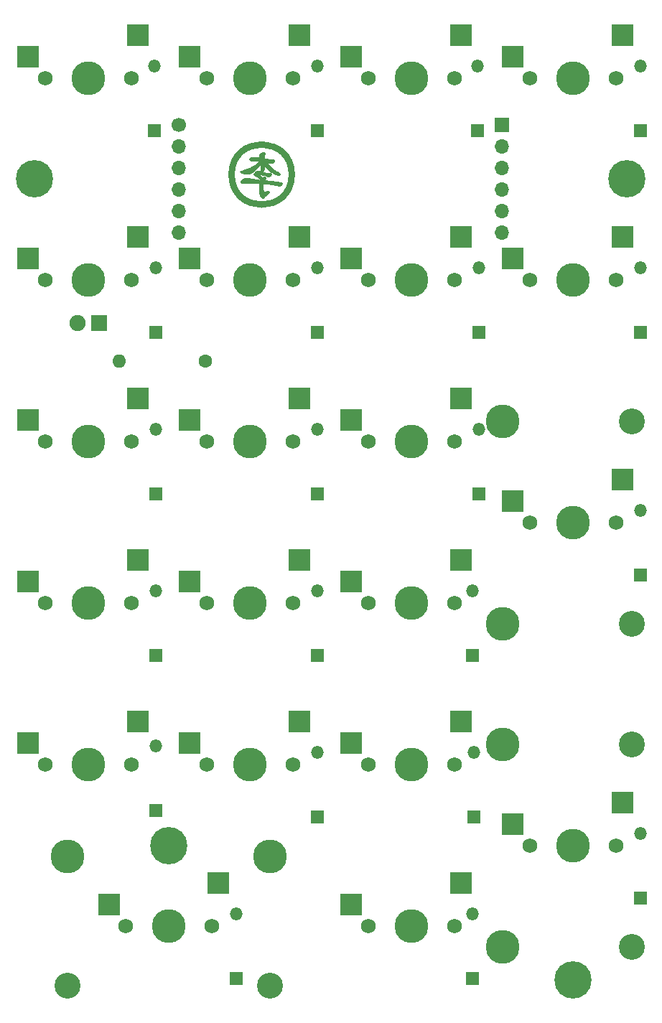
<source format=gbr>
%TF.GenerationSoftware,KiCad,Pcbnew,(6.0.2)*%
%TF.CreationDate,2022-02-20T23:39:01-05:00*%
%TF.ProjectId,Numpad,4e756d70-6164-42e6-9b69-6361645f7063,rev?*%
%TF.SameCoordinates,Original*%
%TF.FileFunction,Soldermask,Bot*%
%TF.FilePolarity,Negative*%
%FSLAX46Y46*%
G04 Gerber Fmt 4.6, Leading zero omitted, Abs format (unit mm)*
G04 Created by KiCad (PCBNEW (6.0.2)) date 2022-02-20 23:39:01*
%MOMM*%
%LPD*%
G01*
G04 APERTURE LIST*
%ADD10C,0.264583*%
%ADD11C,0.750000*%
%ADD12C,1.750000*%
%ADD13R,2.550000X2.500000*%
%ADD14C,3.987800*%
%ADD15C,3.048000*%
%ADD16C,1.905000*%
%ADD17R,1.905000X1.905000*%
%ADD18C,4.400000*%
%ADD19R,1.700000X1.700000*%
%ADD20O,1.700000X1.700000*%
%ADD21C,1.600000*%
%ADD22O,1.600000X1.600000*%
%ADD23R,1.500000X1.500000*%
%ADD24O,1.500000X1.500000*%
%ADD25C,1.700000*%
G04 APERTURE END LIST*
D10*
X53548096Y-46384014D02*
X53548096Y-46510750D01*
X53548096Y-46510750D02*
X53553917Y-46550966D01*
X53553917Y-46550966D02*
X53553917Y-46625844D01*
X53553917Y-46625844D02*
X53559473Y-46660505D01*
X53559473Y-46660505D02*
X53559473Y-46695165D01*
X53559473Y-46695165D02*
X53565294Y-46729826D01*
X53565294Y-46729826D02*
X53571115Y-46758401D01*
X53571115Y-46758401D02*
X53571115Y-46793061D01*
X53571115Y-46793061D02*
X53576406Y-46822165D01*
X53576406Y-46822165D02*
X53581963Y-46851004D01*
X53581963Y-46851004D02*
X53587784Y-46879843D01*
X53587784Y-46879843D02*
X53593604Y-46908683D01*
X53593604Y-46908683D02*
X53599425Y-46931701D01*
X53599425Y-46931701D02*
X53605246Y-46960541D01*
X53605246Y-46960541D02*
X53611067Y-46983559D01*
X53611067Y-46983559D02*
X53616623Y-47006578D01*
X53616623Y-47006578D02*
X53622444Y-47029597D01*
X53622444Y-47029597D02*
X53628265Y-47052616D01*
X53628265Y-47052616D02*
X53634086Y-47075634D01*
X53634086Y-47075634D02*
X53645463Y-47093097D01*
X53645463Y-47093097D02*
X53651284Y-47116116D01*
X53651284Y-47116116D02*
X53662926Y-47150511D01*
X53662926Y-47150511D02*
X53680124Y-47185172D01*
X53680124Y-47185172D02*
X53697321Y-47214011D01*
X53697321Y-47214011D02*
X53708698Y-47242587D01*
X53708698Y-47242587D02*
X53725896Y-47271426D01*
X53725896Y-47271426D02*
X53743358Y-47294445D01*
X53743358Y-47294445D02*
X53761615Y-47311644D01*
X53761615Y-47311644D02*
X53772992Y-47329106D01*
X53772992Y-47329106D02*
X53790454Y-47346304D01*
X53790454Y-47346304D02*
X53801832Y-47363502D01*
X53801832Y-47363502D02*
X53819294Y-47375144D01*
X53819294Y-47375144D02*
X53830671Y-47380965D01*
X53830671Y-47380965D02*
X53842313Y-47392342D01*
X53842313Y-47392342D02*
X53853690Y-47398163D01*
X53853690Y-47398163D02*
X53865331Y-47403983D01*
X53865331Y-47403983D02*
X53876709Y-47409804D01*
X53876709Y-47409804D02*
X53882265Y-47409804D01*
X53882265Y-47409804D02*
X53888086Y-47415624D01*
X53888086Y-47415624D02*
X53899727Y-47415624D01*
X53899727Y-47415624D02*
X53904396Y-47415114D01*
X53904396Y-47415114D02*
X53909009Y-47414361D01*
X53909009Y-47414361D02*
X53913557Y-47413371D01*
X53913557Y-47413371D02*
X53918031Y-47412147D01*
X53918031Y-47412147D02*
X53922424Y-47410695D01*
X53922424Y-47410695D02*
X53926727Y-47409020D01*
X53926727Y-47409020D02*
X53930931Y-47407125D01*
X53930931Y-47407125D02*
X53935029Y-47405016D01*
X53935029Y-47405016D02*
X53939012Y-47402696D01*
X53939012Y-47402696D02*
X53942871Y-47400171D01*
X53942871Y-47400171D02*
X53946598Y-47397445D01*
X53946598Y-47397445D02*
X53950185Y-47394523D01*
X53950185Y-47394523D02*
X53953623Y-47391410D01*
X53953623Y-47391410D02*
X53956905Y-47388109D01*
X53956905Y-47388109D02*
X53960020Y-47384625D01*
X53960020Y-47384625D02*
X53962963Y-47380964D01*
X53962963Y-47380964D02*
X53978437Y-47356562D01*
X53978437Y-47356562D02*
X53995598Y-47332004D01*
X53995598Y-47332004D02*
X54034425Y-47282611D01*
X54034425Y-47282611D02*
X54078337Y-47233166D01*
X54078337Y-47233166D02*
X54126227Y-47184048D01*
X54126227Y-47184048D02*
X54176988Y-47135637D01*
X54176988Y-47135637D02*
X54229514Y-47088312D01*
X54229514Y-47088312D02*
X54335430Y-46998443D01*
X54335430Y-46998443D02*
X54519729Y-46848457D01*
X54519729Y-46848457D02*
X54553610Y-46819375D01*
X54553610Y-46819375D02*
X54580401Y-46794418D01*
X54580401Y-46794418D02*
X54598994Y-46773966D01*
X54598994Y-46773966D02*
X54604870Y-46765548D01*
X54604870Y-46765548D02*
X54608282Y-46758399D01*
X54608282Y-46758399D02*
X54608215Y-46757878D01*
X54608215Y-46757878D02*
X54608016Y-46757356D01*
X54608016Y-46757356D02*
X54607688Y-46756835D01*
X54607688Y-46756835D02*
X54607234Y-46756315D01*
X54607234Y-46756315D02*
X54606657Y-46755799D01*
X54606657Y-46755799D02*
X54605960Y-46755286D01*
X54605960Y-46755286D02*
X54605146Y-46754779D01*
X54605146Y-46754779D02*
X54604218Y-46754278D01*
X54604218Y-46754278D02*
X54603178Y-46753784D01*
X54603178Y-46753784D02*
X54602030Y-46753299D01*
X54602030Y-46753299D02*
X54599422Y-46752358D01*
X54599422Y-46752358D02*
X54596415Y-46751464D01*
X54596415Y-46751464D02*
X54593035Y-46750627D01*
X54593035Y-46750627D02*
X54589304Y-46749855D01*
X54589304Y-46749855D02*
X54585247Y-46749157D01*
X54585247Y-46749157D02*
X54580886Y-46748542D01*
X54580886Y-46748542D02*
X54576246Y-46748019D01*
X54576246Y-46748019D02*
X54571351Y-46747596D01*
X54571351Y-46747596D02*
X54566223Y-46747283D01*
X54566223Y-46747283D02*
X54560886Y-46747089D01*
X54560886Y-46747089D02*
X54555365Y-46747022D01*
X54555365Y-46747022D02*
X54526182Y-46747736D01*
X54526182Y-46747736D02*
X54496924Y-46749751D01*
X54496924Y-46749751D02*
X54467514Y-46752882D01*
X54467514Y-46752882D02*
X54437878Y-46756944D01*
X54437878Y-46756944D02*
X54377622Y-46767114D01*
X54377622Y-46767114D02*
X54315553Y-46778772D01*
X54315553Y-46778772D02*
X54251066Y-46790431D01*
X54251066Y-46790431D02*
X54217726Y-46795795D01*
X54217726Y-46795795D02*
X54183555Y-46800600D01*
X54183555Y-46800600D02*
X54148477Y-46804662D01*
X54148477Y-46804662D02*
X54112417Y-46807794D01*
X54112417Y-46807794D02*
X54075298Y-46809809D01*
X54075298Y-46809809D02*
X54037046Y-46810522D01*
X54037046Y-46810522D02*
X54018417Y-46810249D01*
X54018417Y-46810249D02*
X54009986Y-46809908D01*
X54009986Y-46809908D02*
X54002117Y-46809431D01*
X54002117Y-46809431D02*
X53994793Y-46808817D01*
X53994793Y-46808817D02*
X53987994Y-46808067D01*
X53987994Y-46808067D02*
X53981700Y-46807180D01*
X53981700Y-46807180D02*
X53975894Y-46806157D01*
X53975894Y-46806157D02*
X53970557Y-46804997D01*
X53970557Y-46804997D02*
X53965668Y-46803701D01*
X53965668Y-46803701D02*
X53961210Y-46802269D01*
X53961210Y-46802269D02*
X53957163Y-46800700D01*
X53957163Y-46800700D02*
X53953508Y-46798994D01*
X53953508Y-46798994D02*
X53950226Y-46797152D01*
X53950226Y-46797152D02*
X53947299Y-46795174D01*
X53947299Y-46795174D02*
X53944707Y-46793060D01*
X53944707Y-46793060D02*
X53943894Y-46790233D01*
X53943894Y-46790233D02*
X53942992Y-46787439D01*
X53942992Y-46787439D02*
X53942003Y-46784680D01*
X53942003Y-46784680D02*
X53940928Y-46781957D01*
X53940928Y-46781957D02*
X53939767Y-46779273D01*
X53939767Y-46779273D02*
X53938522Y-46776629D01*
X53938522Y-46776629D02*
X53937194Y-46774028D01*
X53937194Y-46774028D02*
X53935784Y-46771471D01*
X53935784Y-46771471D02*
X53934293Y-46768960D01*
X53934293Y-46768960D02*
X53932723Y-46766497D01*
X53932723Y-46766497D02*
X53931074Y-46764085D01*
X53931074Y-46764085D02*
X53929347Y-46761724D01*
X53929347Y-46761724D02*
X53927544Y-46759418D01*
X53927544Y-46759418D02*
X53925666Y-46757168D01*
X53925666Y-46757168D02*
X53923713Y-46754976D01*
X53923713Y-46754976D02*
X53921688Y-46752843D01*
X53921688Y-46752843D02*
X53903117Y-46685948D01*
X53903117Y-46685948D02*
X53887156Y-46618462D01*
X53887156Y-46618462D02*
X53873817Y-46550462D01*
X53873817Y-46550462D02*
X53863110Y-46482023D01*
X53863110Y-46482023D02*
X53855046Y-46413223D01*
X53855046Y-46413223D02*
X53849634Y-46344138D01*
X53849634Y-46344138D02*
X53846885Y-46274845D01*
X53846885Y-46274845D02*
X53846811Y-46205420D01*
X53846811Y-46205420D02*
X53848307Y-46137369D01*
X53848307Y-46137369D02*
X53851061Y-46069375D01*
X53851061Y-46069375D02*
X53855071Y-46001454D01*
X53855071Y-46001454D02*
X53860335Y-45933624D01*
X53860335Y-45933624D02*
X53866852Y-45865902D01*
X53866852Y-45865902D02*
X53874620Y-45798307D01*
X53874620Y-45798307D02*
X53883638Y-45730855D01*
X53883638Y-45730855D02*
X53893905Y-45663563D01*
X53893905Y-45663563D02*
X53934388Y-45663554D01*
X53934388Y-45663554D02*
X54167406Y-45686035D01*
X54167406Y-45686035D02*
X54399995Y-45712198D01*
X54399995Y-45712198D02*
X54632112Y-45742036D01*
X54632112Y-45742036D02*
X54863713Y-45775543D01*
X54863713Y-45775543D02*
X55094754Y-45812712D01*
X55094754Y-45812712D02*
X55325192Y-45853537D01*
X55325192Y-45853537D02*
X55554984Y-45898011D01*
X55554984Y-45898011D02*
X55784086Y-45946126D01*
X55784086Y-45946126D02*
X55802898Y-45945694D01*
X55802898Y-45945694D02*
X55821516Y-45944424D01*
X55821516Y-45944424D02*
X55839911Y-45942357D01*
X55839911Y-45942357D02*
X55858059Y-45939535D01*
X55858059Y-45939535D02*
X55893504Y-45931789D01*
X55893504Y-45931789D02*
X55927641Y-45921517D01*
X55927641Y-45921517D02*
X55960258Y-45909049D01*
X55960258Y-45909049D02*
X55991146Y-45894713D01*
X55991146Y-45894713D02*
X56020092Y-45878840D01*
X56020092Y-45878840D02*
X56046886Y-45861760D01*
X56046886Y-45861760D02*
X56071318Y-45843802D01*
X56071318Y-45843802D02*
X56093176Y-45825296D01*
X56093176Y-45825296D02*
X56112250Y-45806573D01*
X56112250Y-45806573D02*
X56128329Y-45787962D01*
X56128329Y-45787962D02*
X56141202Y-45769792D01*
X56141202Y-45769792D02*
X56150657Y-45752394D01*
X56150657Y-45752394D02*
X56154038Y-45744088D01*
X56154038Y-45744088D02*
X56156485Y-45736098D01*
X56156485Y-45736098D02*
X56157973Y-45728466D01*
X56157973Y-45728466D02*
X56158475Y-45721233D01*
X56158475Y-45721233D02*
X56158407Y-45718580D01*
X56158407Y-45718580D02*
X56158204Y-45716027D01*
X56158204Y-45716027D02*
X56157863Y-45713573D01*
X56157863Y-45713573D02*
X56157385Y-45711213D01*
X56157385Y-45711213D02*
X56156767Y-45708948D01*
X56156767Y-45708948D02*
X56156009Y-45706774D01*
X56156009Y-45706774D02*
X56155110Y-45704689D01*
X56155110Y-45704689D02*
X56154068Y-45702691D01*
X56154068Y-45702691D02*
X56152883Y-45700779D01*
X56152883Y-45700779D02*
X56151554Y-45698948D01*
X56151554Y-45698948D02*
X56150079Y-45697199D01*
X56150079Y-45697199D02*
X56148457Y-45695528D01*
X56148457Y-45695528D02*
X56146688Y-45693932D01*
X56146688Y-45693932D02*
X56144770Y-45692411D01*
X56144770Y-45692411D02*
X56142702Y-45690962D01*
X56142702Y-45690962D02*
X56140483Y-45689582D01*
X56140483Y-45689582D02*
X56138113Y-45688270D01*
X56138113Y-45688270D02*
X56135589Y-45687023D01*
X56135589Y-45687023D02*
X56132912Y-45685839D01*
X56132912Y-45685839D02*
X56130079Y-45684716D01*
X56130079Y-45684716D02*
X56127090Y-45683651D01*
X56127090Y-45683651D02*
X56123944Y-45682644D01*
X56123944Y-45682644D02*
X56120639Y-45681690D01*
X56120639Y-45681690D02*
X56117175Y-45680789D01*
X56117175Y-45680789D02*
X56113551Y-45679938D01*
X56113551Y-45679938D02*
X56109765Y-45679134D01*
X56109765Y-45679134D02*
X56101704Y-45677662D01*
X56101704Y-45677662D02*
X56092985Y-45676355D01*
X56092985Y-45676355D02*
X56083598Y-45675196D01*
X56083598Y-45675196D02*
X54969669Y-45563343D01*
X54969669Y-45563343D02*
X53934123Y-45467762D01*
X53934123Y-45467762D02*
X53941801Y-45449946D01*
X53941801Y-45449946D02*
X53949924Y-45433215D01*
X53949924Y-45433215D02*
X53958450Y-45417506D01*
X53958450Y-45417506D02*
X53967338Y-45402756D01*
X53967338Y-45402756D02*
X53976545Y-45388901D01*
X53976545Y-45388901D02*
X53986030Y-45375879D01*
X53986030Y-45375879D02*
X53995752Y-45363625D01*
X53995752Y-45363625D02*
X54005668Y-45352077D01*
X54005668Y-45352077D02*
X54025917Y-45330844D01*
X54025917Y-45330844D02*
X54046442Y-45311674D01*
X54046442Y-45311674D02*
X54066910Y-45294059D01*
X54066910Y-45294059D02*
X54086986Y-45277494D01*
X54086986Y-45277494D02*
X54106337Y-45261471D01*
X54106337Y-45261471D02*
X54124628Y-45245484D01*
X54124628Y-45245484D02*
X54141526Y-45229026D01*
X54141526Y-45229026D02*
X54149348Y-45220463D01*
X54149348Y-45220463D02*
X54156696Y-45211592D01*
X54156696Y-45211592D02*
X54163528Y-45202350D01*
X54163528Y-45202350D02*
X54169803Y-45192674D01*
X54169803Y-45192674D02*
X54175480Y-45182500D01*
X54175480Y-45182500D02*
X54180515Y-45171765D01*
X54180515Y-45171765D02*
X54184868Y-45160406D01*
X54184868Y-45160406D02*
X54188497Y-45148360D01*
X54188497Y-45148360D02*
X54191360Y-45135563D01*
X54191360Y-45135563D02*
X54193415Y-45121952D01*
X54193415Y-45121952D02*
X54193274Y-45108385D01*
X54193274Y-45108385D02*
X54192834Y-45095770D01*
X54192834Y-45095770D02*
X54192068Y-45084115D01*
X54192068Y-45084115D02*
X54190951Y-45073430D01*
X54190951Y-45073430D02*
X54189455Y-45063722D01*
X54189455Y-45063722D02*
X54187555Y-45055002D01*
X54187555Y-45055002D02*
X54185223Y-45047278D01*
X54185223Y-45047278D02*
X54182435Y-45040559D01*
X54182435Y-45040559D02*
X54180861Y-45037579D01*
X54180861Y-45037579D02*
X54179162Y-45034854D01*
X54179162Y-45034854D02*
X54177337Y-45032385D01*
X54177337Y-45032385D02*
X54175380Y-45030172D01*
X54175380Y-45030172D02*
X54173289Y-45028217D01*
X54173289Y-45028217D02*
X54171061Y-45026521D01*
X54171061Y-45026521D02*
X54168692Y-45025086D01*
X54168692Y-45025086D02*
X54166179Y-45023911D01*
X54166179Y-45023911D02*
X54163519Y-45022999D01*
X54163519Y-45022999D02*
X54160709Y-45022351D01*
X54160709Y-45022351D02*
X54157744Y-45021967D01*
X54157744Y-45021967D02*
X54154622Y-45021849D01*
X54154622Y-45021849D02*
X54151340Y-45021998D01*
X54151340Y-45021998D02*
X54147894Y-45022414D01*
X54147894Y-45022414D02*
X54144282Y-45023100D01*
X54144282Y-45023100D02*
X54140498Y-45024056D01*
X54140498Y-45024056D02*
X54119072Y-45031181D01*
X54119072Y-45031181D02*
X54097825Y-45038765D01*
X54097825Y-45038765D02*
X54076762Y-45046804D01*
X54076762Y-45046804D02*
X54055891Y-45055294D01*
X54055891Y-45055294D02*
X54035219Y-45064231D01*
X54035219Y-45064231D02*
X54014754Y-45073612D01*
X54014754Y-45073612D02*
X53994502Y-45083433D01*
X53994502Y-45083433D02*
X53974470Y-45093691D01*
X53974470Y-45093691D02*
X53954666Y-45104380D01*
X53954666Y-45104380D02*
X53935096Y-45115499D01*
X53935096Y-45115499D02*
X53915768Y-45127043D01*
X53915768Y-45127043D02*
X53896688Y-45139008D01*
X53896688Y-45139008D02*
X53877865Y-45151391D01*
X53877865Y-45151391D02*
X53859304Y-45164188D01*
X53859304Y-45164188D02*
X53841012Y-45177395D01*
X53841012Y-45177395D02*
X53822998Y-45191008D01*
X53822998Y-45191008D02*
X53444115Y-44684067D01*
X53444115Y-44684067D02*
X53441163Y-44674495D01*
X53441163Y-44674495D02*
X53438767Y-44665589D01*
X53438767Y-44665589D02*
X53436944Y-44657292D01*
X53436944Y-44657292D02*
X53435710Y-44649551D01*
X53435710Y-44649551D02*
X53435083Y-44642310D01*
X53435083Y-44642310D02*
X53435002Y-44638861D01*
X53435002Y-44638861D02*
X53435078Y-44635516D01*
X53435078Y-44635516D02*
X53435315Y-44632269D01*
X53435315Y-44632269D02*
X53435713Y-44629113D01*
X53435713Y-44629113D02*
X53436276Y-44626041D01*
X53436276Y-44626041D02*
X53437004Y-44623047D01*
X53437004Y-44623047D02*
X53437901Y-44620123D01*
X53437901Y-44620123D02*
X53438968Y-44617263D01*
X53438968Y-44617263D02*
X53440207Y-44614460D01*
X53440207Y-44614460D02*
X53441621Y-44611707D01*
X53441621Y-44611707D02*
X53443212Y-44608997D01*
X53443212Y-44608997D02*
X53444981Y-44606323D01*
X53444981Y-44606323D02*
X53446931Y-44603679D01*
X53446931Y-44603679D02*
X53449063Y-44601058D01*
X53449063Y-44601058D02*
X53453885Y-44595856D01*
X53453885Y-44595856D02*
X53459463Y-44590663D01*
X53459463Y-44590663D02*
X53465814Y-44585424D01*
X53465814Y-44585424D02*
X53472954Y-44580085D01*
X53472954Y-44580085D02*
X53475364Y-44579192D01*
X53475364Y-44579192D02*
X53477795Y-44578370D01*
X53477795Y-44578370D02*
X53480245Y-44577620D01*
X53480245Y-44577620D02*
X53482714Y-44576943D01*
X53482714Y-44576943D02*
X53485199Y-44576337D01*
X53485199Y-44576337D02*
X53487699Y-44575805D01*
X53487699Y-44575805D02*
X53490213Y-44575346D01*
X53490213Y-44575346D02*
X53492738Y-44574959D01*
X53492738Y-44574959D02*
X53495274Y-44574646D01*
X53495274Y-44574646D02*
X53497818Y-44574407D01*
X53497818Y-44574407D02*
X53500369Y-44574242D01*
X53500369Y-44574242D02*
X53502925Y-44574150D01*
X53502925Y-44574150D02*
X53505485Y-44574133D01*
X53505485Y-44574133D02*
X53508047Y-44574190D01*
X53508047Y-44574190D02*
X53510610Y-44574322D01*
X53510610Y-44574322D02*
X53513171Y-44574529D01*
X53513171Y-44574529D02*
X53564475Y-44577827D01*
X53564475Y-44577827D02*
X53624445Y-44587149D01*
X53624445Y-44587149D02*
X53691621Y-44601632D01*
X53691621Y-44601632D02*
X53764542Y-44620418D01*
X53764542Y-44620418D02*
X53921779Y-44667454D01*
X53921779Y-44667454D02*
X54084473Y-44721373D01*
X54084473Y-44721373D02*
X54379500Y-44822328D01*
X54379500Y-44822328D02*
X54488467Y-44855597D01*
X54488467Y-44855597D02*
X54528202Y-44864918D01*
X54528202Y-44864918D02*
X54556159Y-44868217D01*
X54556159Y-44868217D02*
X54565770Y-44868728D01*
X54565770Y-44868728D02*
X54575362Y-44868818D01*
X54575362Y-44868818D02*
X54584921Y-44868493D01*
X54584921Y-44868493D02*
X54594436Y-44867754D01*
X54594436Y-44867754D02*
X54603892Y-44866606D01*
X54603892Y-44866606D02*
X54613277Y-44865052D01*
X54613277Y-44865052D02*
X54622578Y-44863097D01*
X54622578Y-44863097D02*
X54631781Y-44860742D01*
X54631781Y-44860742D02*
X54640875Y-44857993D01*
X54640875Y-44857993D02*
X54649845Y-44854853D01*
X54649845Y-44854853D02*
X54658680Y-44851326D01*
X54658680Y-44851326D02*
X54667365Y-44847414D01*
X54667365Y-44847414D02*
X54675888Y-44843122D01*
X54675888Y-44843122D02*
X54684237Y-44838453D01*
X54684237Y-44838453D02*
X54692397Y-44833411D01*
X54692397Y-44833411D02*
X54700357Y-44828000D01*
X54700357Y-44828000D02*
X54710848Y-44821903D01*
X54710848Y-44821903D02*
X54721122Y-44815487D01*
X54721122Y-44815487D02*
X54731173Y-44808758D01*
X54731173Y-44808758D02*
X54740992Y-44801724D01*
X54740992Y-44801724D02*
X54750575Y-44794389D01*
X54750575Y-44794389D02*
X54759915Y-44786761D01*
X54759915Y-44786761D02*
X54769004Y-44778845D01*
X54769004Y-44778845D02*
X54777836Y-44770648D01*
X54777836Y-44770648D02*
X54786406Y-44762177D01*
X54786406Y-44762177D02*
X54794705Y-44753437D01*
X54794705Y-44753437D02*
X54802728Y-44744434D01*
X54802728Y-44744434D02*
X54810469Y-44735176D01*
X54810469Y-44735176D02*
X54817919Y-44725668D01*
X54817919Y-44725668D02*
X54825074Y-44715916D01*
X54825074Y-44715916D02*
X54831926Y-44705928D01*
X54831926Y-44705928D02*
X54838469Y-44695708D01*
X54838469Y-44695708D02*
X54842839Y-44684842D01*
X54842839Y-44684842D02*
X54846049Y-44674891D01*
X54846049Y-44674891D02*
X54848135Y-44665816D01*
X54848135Y-44665816D02*
X54849130Y-44657582D01*
X54849130Y-44657582D02*
X54849069Y-44650150D01*
X54849069Y-44650150D02*
X54847986Y-44643483D01*
X54847986Y-44643483D02*
X54845916Y-44637544D01*
X54845916Y-44637544D02*
X54842892Y-44632295D01*
X54842892Y-44632295D02*
X54838951Y-44627699D01*
X54838951Y-44627699D02*
X54834125Y-44623719D01*
X54834125Y-44623719D02*
X54828449Y-44620318D01*
X54828449Y-44620318D02*
X54821958Y-44617457D01*
X54821958Y-44617457D02*
X54814686Y-44615100D01*
X54814686Y-44615100D02*
X54806668Y-44613210D01*
X54806668Y-44613210D02*
X54797937Y-44611748D01*
X54797937Y-44611748D02*
X54788529Y-44610678D01*
X54788529Y-44610678D02*
X54778477Y-44609962D01*
X54778477Y-44609962D02*
X54767816Y-44609563D01*
X54767816Y-44609563D02*
X54744805Y-44609566D01*
X54744805Y-44609566D02*
X54719771Y-44610389D01*
X54719771Y-44610389D02*
X54692990Y-44611732D01*
X54692990Y-44611732D02*
X54635282Y-44614784D01*
X54635282Y-44614784D02*
X54604908Y-44615896D01*
X54604908Y-44615896D02*
X54573886Y-44616333D01*
X54573886Y-44616333D02*
X54500653Y-44613032D01*
X54500653Y-44613032D02*
X54420244Y-44603702D01*
X54420244Y-44603702D02*
X54334128Y-44589206D01*
X54334128Y-44589206D02*
X54243772Y-44570403D01*
X54243772Y-44570403D02*
X54056220Y-44523325D01*
X54056220Y-44523325D02*
X53869333Y-44469357D01*
X53869333Y-44469357D02*
X53544553Y-44368311D01*
X53544553Y-44368311D02*
X53430156Y-44335012D01*
X53430156Y-44335012D02*
X53390095Y-44325682D01*
X53390095Y-44325682D02*
X53363417Y-44322381D01*
X53363417Y-44322381D02*
X53351488Y-44323029D01*
X53351488Y-44323029D02*
X53338438Y-44324928D01*
X53338438Y-44324928D02*
X53309363Y-44332213D01*
X53309363Y-44332213D02*
X53276971Y-44343706D01*
X53276971Y-44343706D02*
X53242039Y-44358873D01*
X53242039Y-44358873D02*
X53205347Y-44377182D01*
X53205347Y-44377182D02*
X53167671Y-44398102D01*
X53167671Y-44398102D02*
X53129791Y-44421100D01*
X53129791Y-44421100D02*
X53092484Y-44445644D01*
X53092484Y-44445644D02*
X53056529Y-44471202D01*
X53056529Y-44471202D02*
X53022704Y-44497241D01*
X53022704Y-44497241D02*
X52991788Y-44523230D01*
X52991788Y-44523230D02*
X52964558Y-44548637D01*
X52964558Y-44548637D02*
X52941793Y-44572929D01*
X52941793Y-44572929D02*
X52924271Y-44595574D01*
X52924271Y-44595574D02*
X52917719Y-44606113D01*
X52917719Y-44606113D02*
X52912770Y-44616041D01*
X52912770Y-44616041D02*
X52909521Y-44625290D01*
X52909521Y-44625290D02*
X52908069Y-44633796D01*
X52908069Y-44633796D02*
X52906046Y-44638716D01*
X52906046Y-44638716D02*
X52904291Y-44643556D01*
X52904291Y-44643556D02*
X52902804Y-44648314D01*
X52902804Y-44648314D02*
X52901584Y-44652990D01*
X52901584Y-44652990D02*
X52900630Y-44657584D01*
X52900630Y-44657584D02*
X52899940Y-44662095D01*
X52899940Y-44662095D02*
X52899514Y-44666522D01*
X52899514Y-44666522D02*
X52899350Y-44670866D01*
X52899350Y-44670866D02*
X52899448Y-44675126D01*
X52899448Y-44675126D02*
X52899807Y-44679302D01*
X52899807Y-44679302D02*
X52900425Y-44683392D01*
X52900425Y-44683392D02*
X52901302Y-44687397D01*
X52901302Y-44687397D02*
X52902436Y-44691316D01*
X52902436Y-44691316D02*
X52903827Y-44695149D01*
X52903827Y-44695149D02*
X52905474Y-44698895D01*
X52905474Y-44698895D02*
X52907375Y-44702554D01*
X52907375Y-44702554D02*
X52909529Y-44706126D01*
X52909529Y-44706126D02*
X52911936Y-44709609D01*
X52911936Y-44709609D02*
X52914594Y-44713004D01*
X52914594Y-44713004D02*
X52917503Y-44716310D01*
X52917503Y-44716310D02*
X52920661Y-44719527D01*
X52920661Y-44719527D02*
X52924067Y-44722654D01*
X52924067Y-44722654D02*
X52927721Y-44725690D01*
X52927721Y-44725690D02*
X52931621Y-44728636D01*
X52931621Y-44728636D02*
X52935767Y-44731491D01*
X52935767Y-44731491D02*
X52940157Y-44734255D01*
X52940157Y-44734255D02*
X52944790Y-44736926D01*
X52944790Y-44736926D02*
X52949665Y-44739505D01*
X52949665Y-44739505D02*
X52954782Y-44741992D01*
X52954782Y-44741992D02*
X52960139Y-44744385D01*
X52960139Y-44744385D02*
X52971569Y-44748889D01*
X52971569Y-44748889D02*
X53024782Y-44771414D01*
X53024782Y-44771414D02*
X53077421Y-44795122D01*
X53077421Y-44795122D02*
X53129467Y-44820000D01*
X53129467Y-44820000D02*
X53180902Y-44846036D01*
X53180902Y-44846036D02*
X53231707Y-44873219D01*
X53231707Y-44873219D02*
X53281864Y-44901536D01*
X53281864Y-44901536D02*
X53331353Y-44930976D01*
X53331353Y-44930976D02*
X53380155Y-44961526D01*
X53380155Y-44961526D02*
X53428253Y-44993174D01*
X53428253Y-44993174D02*
X53475627Y-45025909D01*
X53475627Y-45025909D02*
X53522259Y-45059718D01*
X53522259Y-45059718D02*
X53568129Y-45094589D01*
X53568129Y-45094589D02*
X53613219Y-45130510D01*
X53613219Y-45130510D02*
X53657511Y-45167469D01*
X53657511Y-45167469D02*
X53700985Y-45205454D01*
X53700985Y-45205454D02*
X53743623Y-45244454D01*
X53743623Y-45244454D02*
X53737802Y-45244454D01*
X53737802Y-45244454D02*
X53726529Y-45253388D01*
X53726529Y-45253388D02*
X53715740Y-45262812D01*
X53715740Y-45262812D02*
X53705446Y-45272705D01*
X53705446Y-45272705D02*
X53695661Y-45283048D01*
X53695661Y-45283048D02*
X53686398Y-45293818D01*
X53686398Y-45293818D02*
X53677667Y-45304997D01*
X53677667Y-45304997D02*
X53669483Y-45316563D01*
X53669483Y-45316563D02*
X53661856Y-45328495D01*
X53661856Y-45328495D02*
X53654801Y-45340774D01*
X53654801Y-45340774D02*
X53648329Y-45353378D01*
X53648329Y-45353378D02*
X53642453Y-45366287D01*
X53642453Y-45366287D02*
X53637185Y-45379481D01*
X53637185Y-45379481D02*
X53632537Y-45392938D01*
X53632537Y-45392938D02*
X53628523Y-45406640D01*
X53628523Y-45406640D02*
X53625154Y-45420563D01*
X53625154Y-45420563D02*
X53622444Y-45434690D01*
X53622444Y-45434690D02*
X52668758Y-45298772D01*
X52668758Y-45298772D02*
X52185591Y-45224445D01*
X52185591Y-45224445D02*
X51962977Y-45187040D01*
X51962977Y-45187040D02*
X51939512Y-45187737D01*
X51939512Y-45187737D02*
X51915651Y-45189784D01*
X51915651Y-45189784D02*
X51891467Y-45193112D01*
X51891467Y-45193112D02*
X51867038Y-45197656D01*
X51867038Y-45197656D02*
X51817737Y-45210117D01*
X51817737Y-45210117D02*
X51768347Y-45226628D01*
X51768347Y-45226628D02*
X51719468Y-45246648D01*
X51719468Y-45246648D02*
X51671698Y-45269639D01*
X51671698Y-45269639D02*
X51625635Y-45295061D01*
X51625635Y-45295061D02*
X51581878Y-45322374D01*
X51581878Y-45322374D02*
X51541027Y-45351039D01*
X51541027Y-45351039D02*
X51503680Y-45380516D01*
X51503680Y-45380516D02*
X51470436Y-45410266D01*
X51470436Y-45410266D02*
X51441893Y-45439750D01*
X51441893Y-45439750D02*
X51418651Y-45468427D01*
X51418651Y-45468427D02*
X51401308Y-45495759D01*
X51401308Y-45495759D02*
X51395036Y-45508751D01*
X51395036Y-45508751D02*
X51390463Y-45521205D01*
X51390463Y-45521205D02*
X51387664Y-45533053D01*
X51387664Y-45533053D02*
X51386715Y-45544227D01*
X51386715Y-45544227D02*
X51386916Y-45550551D01*
X51386916Y-45550551D02*
X51387514Y-45556579D01*
X51387514Y-45556579D02*
X51388503Y-45562317D01*
X51388503Y-45562317D02*
X51389873Y-45567771D01*
X51389873Y-45567771D02*
X51391619Y-45572949D01*
X51391619Y-45572949D02*
X51393733Y-45577855D01*
X51393733Y-45577855D02*
X51396207Y-45582496D01*
X51396207Y-45582496D02*
X51399035Y-45586879D01*
X51399035Y-45586879D02*
X51402208Y-45591009D01*
X51402208Y-45591009D02*
X51405719Y-45594894D01*
X51405719Y-45594894D02*
X51409561Y-45598538D01*
X51409561Y-45598538D02*
X51413727Y-45601949D01*
X51413727Y-45601949D02*
X51418209Y-45605133D01*
X51418209Y-45605133D02*
X51423001Y-45608096D01*
X51423001Y-45608096D02*
X51428093Y-45610843D01*
X51428093Y-45610843D02*
X51433480Y-45613383D01*
X51433480Y-45613383D02*
X51439154Y-45615720D01*
X51439154Y-45615720D02*
X51445107Y-45617860D01*
X51445107Y-45617860D02*
X51451332Y-45619811D01*
X51451332Y-45619811D02*
X51457822Y-45621579D01*
X51457822Y-45621579D02*
X51464569Y-45623169D01*
X51464569Y-45623169D02*
X51471566Y-45624588D01*
X51471566Y-45624588D02*
X51478806Y-45625843D01*
X51478806Y-45625843D02*
X51486281Y-45626938D01*
X51486281Y-45626938D02*
X51501907Y-45628679D01*
X51501907Y-45628679D02*
X51518387Y-45629861D01*
X51518387Y-45629861D02*
X51535659Y-45630533D01*
X51535659Y-45630533D02*
X51553667Y-45630746D01*
X51553667Y-45630746D02*
X51747140Y-45625562D01*
X51747140Y-45625562D02*
X52076715Y-45619832D01*
X52076715Y-45619832D02*
X52677353Y-45613283D01*
X52677353Y-45613283D02*
X52922522Y-45614553D01*
X52922522Y-45614553D02*
X53156381Y-45619071D01*
X53156381Y-45619071D02*
X53268882Y-45622882D01*
X53268882Y-45622882D02*
X53378333Y-45627906D01*
X53378333Y-45627906D02*
X53484658Y-45634275D01*
X53484658Y-45634275D02*
X53587784Y-45642123D01*
X53587784Y-45642123D02*
X53586056Y-45680439D01*
X53586056Y-45680439D02*
X53581500Y-45738014D01*
X53581500Y-45738014D02*
X53567675Y-45903631D01*
X53567675Y-45903631D02*
X53560292Y-46008021D01*
X53560292Y-46008021D02*
X53553851Y-46124363D01*
X53553851Y-46124363D02*
X53549295Y-46250833D01*
X53549295Y-46250833D02*
X53548019Y-46317294D01*
X53548019Y-46317294D02*
X53547567Y-46385602D01*
X53547567Y-46385602D02*
X53548096Y-46384014D01*
X53548096Y-46384014D02*
X53548096Y-46384014D01*
G36*
X53390095Y-44325682D02*
G01*
X53430156Y-44335012D01*
X53544553Y-44368311D01*
X53869333Y-44469357D01*
X54056220Y-44523325D01*
X54243772Y-44570403D01*
X54334128Y-44589206D01*
X54420244Y-44603702D01*
X54500653Y-44613032D01*
X54573886Y-44616333D01*
X54604908Y-44615896D01*
X54635282Y-44614784D01*
X54692990Y-44611732D01*
X54719771Y-44610389D01*
X54744805Y-44609566D01*
X54767816Y-44609563D01*
X54778477Y-44609962D01*
X54788529Y-44610678D01*
X54797937Y-44611748D01*
X54806668Y-44613210D01*
X54814686Y-44615100D01*
X54821958Y-44617457D01*
X54828449Y-44620318D01*
X54834125Y-44623719D01*
X54838951Y-44627699D01*
X54842892Y-44632295D01*
X54845916Y-44637544D01*
X54847986Y-44643483D01*
X54849069Y-44650150D01*
X54849130Y-44657582D01*
X54848135Y-44665816D01*
X54846049Y-44674891D01*
X54842839Y-44684842D01*
X54838469Y-44695708D01*
X54831926Y-44705928D01*
X54825074Y-44715916D01*
X54817919Y-44725668D01*
X54810469Y-44735176D01*
X54802728Y-44744434D01*
X54794705Y-44753437D01*
X54786406Y-44762177D01*
X54777836Y-44770648D01*
X54769004Y-44778845D01*
X54759915Y-44786761D01*
X54750575Y-44794389D01*
X54740992Y-44801724D01*
X54731173Y-44808758D01*
X54721122Y-44815487D01*
X54710848Y-44821903D01*
X54700357Y-44828000D01*
X54692397Y-44833411D01*
X54684237Y-44838453D01*
X54675888Y-44843122D01*
X54667365Y-44847414D01*
X54658680Y-44851326D01*
X54649845Y-44854853D01*
X54640875Y-44857993D01*
X54631781Y-44860742D01*
X54622578Y-44863097D01*
X54613277Y-44865052D01*
X54603892Y-44866606D01*
X54594436Y-44867754D01*
X54584921Y-44868493D01*
X54575362Y-44868818D01*
X54565770Y-44868728D01*
X54556159Y-44868217D01*
X54528202Y-44864918D01*
X54488467Y-44855597D01*
X54379500Y-44822328D01*
X54084473Y-44721373D01*
X53921779Y-44667454D01*
X53764542Y-44620418D01*
X53691621Y-44601632D01*
X53624445Y-44587149D01*
X53564475Y-44577827D01*
X53513171Y-44574529D01*
X53510610Y-44574322D01*
X53508047Y-44574190D01*
X53505485Y-44574133D01*
X53502925Y-44574150D01*
X53500369Y-44574242D01*
X53497818Y-44574407D01*
X53495274Y-44574646D01*
X53492738Y-44574959D01*
X53490213Y-44575346D01*
X53487699Y-44575805D01*
X53485199Y-44576337D01*
X53482714Y-44576943D01*
X53480245Y-44577620D01*
X53477795Y-44578370D01*
X53475364Y-44579192D01*
X53472954Y-44580085D01*
X53465814Y-44585424D01*
X53459463Y-44590663D01*
X53453885Y-44595856D01*
X53449063Y-44601058D01*
X53446931Y-44603679D01*
X53444981Y-44606323D01*
X53443212Y-44608997D01*
X53441621Y-44611707D01*
X53440207Y-44614460D01*
X53438968Y-44617263D01*
X53437901Y-44620123D01*
X53437004Y-44623047D01*
X53436276Y-44626041D01*
X53435713Y-44629113D01*
X53435315Y-44632269D01*
X53435078Y-44635516D01*
X53435002Y-44638861D01*
X53435083Y-44642310D01*
X53435710Y-44649551D01*
X53436944Y-44657292D01*
X53438767Y-44665589D01*
X53441163Y-44674495D01*
X53444115Y-44684067D01*
X53822998Y-45191008D01*
X53841012Y-45177395D01*
X53859304Y-45164188D01*
X53877865Y-45151391D01*
X53896688Y-45139008D01*
X53915768Y-45127043D01*
X53935096Y-45115499D01*
X53954666Y-45104380D01*
X53974470Y-45093691D01*
X53994502Y-45083433D01*
X54014754Y-45073612D01*
X54035219Y-45064231D01*
X54055891Y-45055294D01*
X54076762Y-45046804D01*
X54097825Y-45038765D01*
X54119072Y-45031181D01*
X54140498Y-45024056D01*
X54144282Y-45023100D01*
X54147894Y-45022414D01*
X54151340Y-45021998D01*
X54154622Y-45021849D01*
X54157744Y-45021967D01*
X54160709Y-45022351D01*
X54163519Y-45022999D01*
X54166179Y-45023911D01*
X54168692Y-45025086D01*
X54171061Y-45026521D01*
X54173289Y-45028217D01*
X54175380Y-45030172D01*
X54177337Y-45032385D01*
X54179162Y-45034854D01*
X54180861Y-45037579D01*
X54182435Y-45040559D01*
X54185223Y-45047278D01*
X54187555Y-45055002D01*
X54189455Y-45063722D01*
X54190951Y-45073430D01*
X54192068Y-45084115D01*
X54192834Y-45095770D01*
X54193274Y-45108385D01*
X54193415Y-45121952D01*
X54191360Y-45135563D01*
X54188497Y-45148360D01*
X54184868Y-45160406D01*
X54180515Y-45171765D01*
X54175480Y-45182500D01*
X54169803Y-45192674D01*
X54163528Y-45202350D01*
X54156696Y-45211592D01*
X54149348Y-45220463D01*
X54141526Y-45229026D01*
X54124628Y-45245484D01*
X54106337Y-45261471D01*
X54086986Y-45277494D01*
X54066910Y-45294059D01*
X54046442Y-45311674D01*
X54025917Y-45330844D01*
X54005668Y-45352077D01*
X53995752Y-45363625D01*
X53986030Y-45375879D01*
X53976545Y-45388901D01*
X53967338Y-45402756D01*
X53958450Y-45417506D01*
X53949924Y-45433215D01*
X53941801Y-45449946D01*
X53934123Y-45467762D01*
X54969669Y-45563343D01*
X56083598Y-45675196D01*
X56092985Y-45676355D01*
X56101704Y-45677662D01*
X56109765Y-45679134D01*
X56113551Y-45679938D01*
X56117175Y-45680789D01*
X56120639Y-45681690D01*
X56123944Y-45682644D01*
X56127090Y-45683651D01*
X56130079Y-45684716D01*
X56132912Y-45685839D01*
X56135589Y-45687023D01*
X56138113Y-45688270D01*
X56140483Y-45689582D01*
X56142702Y-45690962D01*
X56144770Y-45692411D01*
X56146688Y-45693932D01*
X56148457Y-45695528D01*
X56150079Y-45697199D01*
X56151554Y-45698948D01*
X56152883Y-45700779D01*
X56154068Y-45702691D01*
X56155110Y-45704689D01*
X56156009Y-45706774D01*
X56156767Y-45708948D01*
X56157385Y-45711213D01*
X56157863Y-45713573D01*
X56158204Y-45716027D01*
X56158407Y-45718580D01*
X56158475Y-45721233D01*
X56157973Y-45728466D01*
X56156485Y-45736098D01*
X56154038Y-45744088D01*
X56150657Y-45752394D01*
X56141202Y-45769792D01*
X56128329Y-45787962D01*
X56112250Y-45806573D01*
X56093176Y-45825296D01*
X56071318Y-45843802D01*
X56046886Y-45861760D01*
X56020092Y-45878840D01*
X55991146Y-45894713D01*
X55960258Y-45909049D01*
X55927641Y-45921517D01*
X55893504Y-45931789D01*
X55858059Y-45939535D01*
X55839911Y-45942357D01*
X55821516Y-45944424D01*
X55802898Y-45945694D01*
X55784086Y-45946126D01*
X55554984Y-45898011D01*
X55325192Y-45853537D01*
X55094754Y-45812712D01*
X54863713Y-45775543D01*
X54632112Y-45742036D01*
X54399995Y-45712198D01*
X54167406Y-45686035D01*
X53934388Y-45663554D01*
X53893905Y-45663563D01*
X53883638Y-45730855D01*
X53874620Y-45798307D01*
X53866852Y-45865902D01*
X53860335Y-45933624D01*
X53855071Y-46001454D01*
X53851061Y-46069375D01*
X53848307Y-46137369D01*
X53846811Y-46205420D01*
X53846885Y-46274845D01*
X53849634Y-46344138D01*
X53855046Y-46413223D01*
X53863110Y-46482023D01*
X53873817Y-46550462D01*
X53887156Y-46618462D01*
X53903117Y-46685948D01*
X53921688Y-46752843D01*
X53923713Y-46754976D01*
X53925666Y-46757168D01*
X53927544Y-46759418D01*
X53929347Y-46761724D01*
X53931074Y-46764085D01*
X53932723Y-46766497D01*
X53934293Y-46768960D01*
X53935784Y-46771471D01*
X53937194Y-46774028D01*
X53938522Y-46776629D01*
X53939767Y-46779273D01*
X53940928Y-46781957D01*
X53942003Y-46784680D01*
X53942992Y-46787439D01*
X53943894Y-46790233D01*
X53944707Y-46793060D01*
X53947299Y-46795174D01*
X53950226Y-46797152D01*
X53953508Y-46798994D01*
X53957163Y-46800700D01*
X53961210Y-46802269D01*
X53965668Y-46803701D01*
X53970557Y-46804997D01*
X53975894Y-46806157D01*
X53981700Y-46807180D01*
X53987994Y-46808067D01*
X53994793Y-46808817D01*
X54002117Y-46809431D01*
X54009986Y-46809908D01*
X54018417Y-46810249D01*
X54037046Y-46810522D01*
X54075298Y-46809809D01*
X54112417Y-46807794D01*
X54148477Y-46804662D01*
X54183555Y-46800600D01*
X54217726Y-46795795D01*
X54251066Y-46790431D01*
X54315553Y-46778772D01*
X54377622Y-46767114D01*
X54437878Y-46756944D01*
X54467514Y-46752882D01*
X54496924Y-46749751D01*
X54526182Y-46747736D01*
X54555365Y-46747022D01*
X54560886Y-46747089D01*
X54566223Y-46747283D01*
X54571351Y-46747596D01*
X54576246Y-46748019D01*
X54580886Y-46748542D01*
X54585247Y-46749157D01*
X54589304Y-46749855D01*
X54593035Y-46750627D01*
X54596415Y-46751464D01*
X54599422Y-46752358D01*
X54602030Y-46753299D01*
X54603178Y-46753784D01*
X54604218Y-46754278D01*
X54605146Y-46754779D01*
X54605960Y-46755286D01*
X54606657Y-46755799D01*
X54607234Y-46756315D01*
X54607688Y-46756835D01*
X54608016Y-46757356D01*
X54608215Y-46757878D01*
X54608282Y-46758399D01*
X54604870Y-46765548D01*
X54598994Y-46773966D01*
X54580401Y-46794418D01*
X54553610Y-46819375D01*
X54519729Y-46848457D01*
X54335430Y-46998443D01*
X54229514Y-47088312D01*
X54176988Y-47135637D01*
X54126227Y-47184048D01*
X54078337Y-47233166D01*
X54034425Y-47282611D01*
X53995598Y-47332004D01*
X53978437Y-47356562D01*
X53962963Y-47380964D01*
X53960020Y-47384625D01*
X53956905Y-47388109D01*
X53953623Y-47391410D01*
X53950185Y-47394523D01*
X53946598Y-47397445D01*
X53942871Y-47400171D01*
X53939012Y-47402696D01*
X53935029Y-47405016D01*
X53930931Y-47407125D01*
X53926727Y-47409020D01*
X53922424Y-47410695D01*
X53918031Y-47412147D01*
X53913557Y-47413371D01*
X53909009Y-47414361D01*
X53904396Y-47415114D01*
X53899727Y-47415624D01*
X53888086Y-47415624D01*
X53882265Y-47409804D01*
X53876709Y-47409804D01*
X53865331Y-47403983D01*
X53853690Y-47398163D01*
X53842313Y-47392342D01*
X53830671Y-47380965D01*
X53819294Y-47375144D01*
X53801832Y-47363502D01*
X53790454Y-47346304D01*
X53772992Y-47329106D01*
X53761615Y-47311644D01*
X53743358Y-47294445D01*
X53725896Y-47271426D01*
X53708698Y-47242587D01*
X53697321Y-47214011D01*
X53680124Y-47185172D01*
X53662926Y-47150511D01*
X53651284Y-47116116D01*
X53645463Y-47093097D01*
X53634086Y-47075634D01*
X53628265Y-47052616D01*
X53616623Y-47006578D01*
X53611067Y-46983559D01*
X53605246Y-46960541D01*
X53599425Y-46931701D01*
X53593604Y-46908683D01*
X53587784Y-46879843D01*
X53581963Y-46851004D01*
X53576406Y-46822165D01*
X53571115Y-46793061D01*
X53571115Y-46758401D01*
X53565294Y-46729826D01*
X53559473Y-46695165D01*
X53559473Y-46660505D01*
X53553917Y-46625844D01*
X53553917Y-46550966D01*
X53548096Y-46510750D01*
X53548096Y-46384014D01*
X53547567Y-46385602D01*
X53548019Y-46317294D01*
X53549295Y-46250833D01*
X53553851Y-46124363D01*
X53560292Y-46008021D01*
X53567675Y-45903631D01*
X53581500Y-45738014D01*
X53586056Y-45680439D01*
X53587784Y-45642123D01*
X53484658Y-45634275D01*
X53378333Y-45627906D01*
X53268882Y-45622882D01*
X53156381Y-45619071D01*
X52922522Y-45614553D01*
X52677353Y-45613283D01*
X52076715Y-45619832D01*
X51747140Y-45625562D01*
X51553667Y-45630746D01*
X51535659Y-45630533D01*
X51518387Y-45629861D01*
X51501907Y-45628679D01*
X51486281Y-45626938D01*
X51478806Y-45625843D01*
X51471566Y-45624588D01*
X51464569Y-45623169D01*
X51457822Y-45621579D01*
X51451332Y-45619811D01*
X51445107Y-45617860D01*
X51439154Y-45615720D01*
X51433480Y-45613383D01*
X51428093Y-45610843D01*
X51423001Y-45608096D01*
X51418209Y-45605133D01*
X51413727Y-45601949D01*
X51409561Y-45598538D01*
X51405719Y-45594894D01*
X51402208Y-45591009D01*
X51399035Y-45586879D01*
X51396207Y-45582496D01*
X51393733Y-45577855D01*
X51391619Y-45572949D01*
X51389873Y-45567771D01*
X51388503Y-45562317D01*
X51387514Y-45556579D01*
X51386916Y-45550551D01*
X51386715Y-45544227D01*
X51387664Y-45533053D01*
X51390463Y-45521205D01*
X51395036Y-45508751D01*
X51401308Y-45495759D01*
X51418651Y-45468427D01*
X51441893Y-45439750D01*
X51470436Y-45410266D01*
X51503680Y-45380516D01*
X51541027Y-45351039D01*
X51581878Y-45322374D01*
X51625635Y-45295061D01*
X51671698Y-45269639D01*
X51719468Y-45246648D01*
X51768347Y-45226628D01*
X51817737Y-45210117D01*
X51867038Y-45197656D01*
X51891467Y-45193112D01*
X51915651Y-45189784D01*
X51939512Y-45187737D01*
X51962977Y-45187040D01*
X52185591Y-45224445D01*
X52668758Y-45298772D01*
X53622444Y-45434690D01*
X53625154Y-45420563D01*
X53628523Y-45406640D01*
X53632537Y-45392938D01*
X53637185Y-45379481D01*
X53642453Y-45366287D01*
X53648329Y-45353378D01*
X53654801Y-45340774D01*
X53661856Y-45328495D01*
X53669483Y-45316563D01*
X53677667Y-45304997D01*
X53686398Y-45293818D01*
X53695661Y-45283048D01*
X53705446Y-45272705D01*
X53715740Y-45262812D01*
X53726529Y-45253388D01*
X53737802Y-45244454D01*
X53743623Y-45244454D01*
X53700985Y-45205454D01*
X53657511Y-45167469D01*
X53613219Y-45130510D01*
X53568129Y-45094589D01*
X53522259Y-45059718D01*
X53475627Y-45025909D01*
X53428253Y-44993174D01*
X53380155Y-44961526D01*
X53331353Y-44930976D01*
X53281864Y-44901536D01*
X53231707Y-44873219D01*
X53180902Y-44846036D01*
X53129467Y-44820000D01*
X53077421Y-44795122D01*
X53024782Y-44771414D01*
X52971569Y-44748889D01*
X52960139Y-44744385D01*
X52954782Y-44741992D01*
X52949665Y-44739505D01*
X52944790Y-44736926D01*
X52940157Y-44734255D01*
X52935767Y-44731491D01*
X52931621Y-44728636D01*
X52927721Y-44725690D01*
X52924067Y-44722654D01*
X52920661Y-44719527D01*
X52917503Y-44716310D01*
X52914594Y-44713004D01*
X52911936Y-44709609D01*
X52909529Y-44706126D01*
X52907375Y-44702554D01*
X52905474Y-44698895D01*
X52903827Y-44695149D01*
X52902436Y-44691316D01*
X52901302Y-44687397D01*
X52900425Y-44683392D01*
X52899807Y-44679302D01*
X52899448Y-44675126D01*
X52899350Y-44670866D01*
X52899514Y-44666522D01*
X52899940Y-44662095D01*
X52900630Y-44657584D01*
X52901584Y-44652990D01*
X52902804Y-44648314D01*
X52904291Y-44643556D01*
X52906046Y-44638716D01*
X52908069Y-44633796D01*
X52909521Y-44625290D01*
X52912770Y-44616041D01*
X52917719Y-44606113D01*
X52924271Y-44595574D01*
X52941793Y-44572929D01*
X52964558Y-44548637D01*
X52991788Y-44523230D01*
X53022704Y-44497241D01*
X53056529Y-44471202D01*
X53092484Y-44445644D01*
X53129791Y-44421100D01*
X53167671Y-44398102D01*
X53205347Y-44377182D01*
X53242039Y-44358873D01*
X53276971Y-44343706D01*
X53309363Y-44332213D01*
X53338438Y-44324928D01*
X53351488Y-44323029D01*
X53363417Y-44322381D01*
X53390095Y-44325682D01*
G37*
X53390095Y-44325682D02*
X53430156Y-44335012D01*
X53544553Y-44368311D01*
X53869333Y-44469357D01*
X54056220Y-44523325D01*
X54243772Y-44570403D01*
X54334128Y-44589206D01*
X54420244Y-44603702D01*
X54500653Y-44613032D01*
X54573886Y-44616333D01*
X54604908Y-44615896D01*
X54635282Y-44614784D01*
X54692990Y-44611732D01*
X54719771Y-44610389D01*
X54744805Y-44609566D01*
X54767816Y-44609563D01*
X54778477Y-44609962D01*
X54788529Y-44610678D01*
X54797937Y-44611748D01*
X54806668Y-44613210D01*
X54814686Y-44615100D01*
X54821958Y-44617457D01*
X54828449Y-44620318D01*
X54834125Y-44623719D01*
X54838951Y-44627699D01*
X54842892Y-44632295D01*
X54845916Y-44637544D01*
X54847986Y-44643483D01*
X54849069Y-44650150D01*
X54849130Y-44657582D01*
X54848135Y-44665816D01*
X54846049Y-44674891D01*
X54842839Y-44684842D01*
X54838469Y-44695708D01*
X54831926Y-44705928D01*
X54825074Y-44715916D01*
X54817919Y-44725668D01*
X54810469Y-44735176D01*
X54802728Y-44744434D01*
X54794705Y-44753437D01*
X54786406Y-44762177D01*
X54777836Y-44770648D01*
X54769004Y-44778845D01*
X54759915Y-44786761D01*
X54750575Y-44794389D01*
X54740992Y-44801724D01*
X54731173Y-44808758D01*
X54721122Y-44815487D01*
X54710848Y-44821903D01*
X54700357Y-44828000D01*
X54692397Y-44833411D01*
X54684237Y-44838453D01*
X54675888Y-44843122D01*
X54667365Y-44847414D01*
X54658680Y-44851326D01*
X54649845Y-44854853D01*
X54640875Y-44857993D01*
X54631781Y-44860742D01*
X54622578Y-44863097D01*
X54613277Y-44865052D01*
X54603892Y-44866606D01*
X54594436Y-44867754D01*
X54584921Y-44868493D01*
X54575362Y-44868818D01*
X54565770Y-44868728D01*
X54556159Y-44868217D01*
X54528202Y-44864918D01*
X54488467Y-44855597D01*
X54379500Y-44822328D01*
X54084473Y-44721373D01*
X53921779Y-44667454D01*
X53764542Y-44620418D01*
X53691621Y-44601632D01*
X53624445Y-44587149D01*
X53564475Y-44577827D01*
X53513171Y-44574529D01*
X53510610Y-44574322D01*
X53508047Y-44574190D01*
X53505485Y-44574133D01*
X53502925Y-44574150D01*
X53500369Y-44574242D01*
X53497818Y-44574407D01*
X53495274Y-44574646D01*
X53492738Y-44574959D01*
X53490213Y-44575346D01*
X53487699Y-44575805D01*
X53485199Y-44576337D01*
X53482714Y-44576943D01*
X53480245Y-44577620D01*
X53477795Y-44578370D01*
X53475364Y-44579192D01*
X53472954Y-44580085D01*
X53465814Y-44585424D01*
X53459463Y-44590663D01*
X53453885Y-44595856D01*
X53449063Y-44601058D01*
X53446931Y-44603679D01*
X53444981Y-44606323D01*
X53443212Y-44608997D01*
X53441621Y-44611707D01*
X53440207Y-44614460D01*
X53438968Y-44617263D01*
X53437901Y-44620123D01*
X53437004Y-44623047D01*
X53436276Y-44626041D01*
X53435713Y-44629113D01*
X53435315Y-44632269D01*
X53435078Y-44635516D01*
X53435002Y-44638861D01*
X53435083Y-44642310D01*
X53435710Y-44649551D01*
X53436944Y-44657292D01*
X53438767Y-44665589D01*
X53441163Y-44674495D01*
X53444115Y-44684067D01*
X53822998Y-45191008D01*
X53841012Y-45177395D01*
X53859304Y-45164188D01*
X53877865Y-45151391D01*
X53896688Y-45139008D01*
X53915768Y-45127043D01*
X53935096Y-45115499D01*
X53954666Y-45104380D01*
X53974470Y-45093691D01*
X53994502Y-45083433D01*
X54014754Y-45073612D01*
X54035219Y-45064231D01*
X54055891Y-45055294D01*
X54076762Y-45046804D01*
X54097825Y-45038765D01*
X54119072Y-45031181D01*
X54140498Y-45024056D01*
X54144282Y-45023100D01*
X54147894Y-45022414D01*
X54151340Y-45021998D01*
X54154622Y-45021849D01*
X54157744Y-45021967D01*
X54160709Y-45022351D01*
X54163519Y-45022999D01*
X54166179Y-45023911D01*
X54168692Y-45025086D01*
X54171061Y-45026521D01*
X54173289Y-45028217D01*
X54175380Y-45030172D01*
X54177337Y-45032385D01*
X54179162Y-45034854D01*
X54180861Y-45037579D01*
X54182435Y-45040559D01*
X54185223Y-45047278D01*
X54187555Y-45055002D01*
X54189455Y-45063722D01*
X54190951Y-45073430D01*
X54192068Y-45084115D01*
X54192834Y-45095770D01*
X54193274Y-45108385D01*
X54193415Y-45121952D01*
X54191360Y-45135563D01*
X54188497Y-45148360D01*
X54184868Y-45160406D01*
X54180515Y-45171765D01*
X54175480Y-45182500D01*
X54169803Y-45192674D01*
X54163528Y-45202350D01*
X54156696Y-45211592D01*
X54149348Y-45220463D01*
X54141526Y-45229026D01*
X54124628Y-45245484D01*
X54106337Y-45261471D01*
X54086986Y-45277494D01*
X54066910Y-45294059D01*
X54046442Y-45311674D01*
X54025917Y-45330844D01*
X54005668Y-45352077D01*
X53995752Y-45363625D01*
X53986030Y-45375879D01*
X53976545Y-45388901D01*
X53967338Y-45402756D01*
X53958450Y-45417506D01*
X53949924Y-45433215D01*
X53941801Y-45449946D01*
X53934123Y-45467762D01*
X54969669Y-45563343D01*
X56083598Y-45675196D01*
X56092985Y-45676355D01*
X56101704Y-45677662D01*
X56109765Y-45679134D01*
X56113551Y-45679938D01*
X56117175Y-45680789D01*
X56120639Y-45681690D01*
X56123944Y-45682644D01*
X56127090Y-45683651D01*
X56130079Y-45684716D01*
X56132912Y-45685839D01*
X56135589Y-45687023D01*
X56138113Y-45688270D01*
X56140483Y-45689582D01*
X56142702Y-45690962D01*
X56144770Y-45692411D01*
X56146688Y-45693932D01*
X56148457Y-45695528D01*
X56150079Y-45697199D01*
X56151554Y-45698948D01*
X56152883Y-45700779D01*
X56154068Y-45702691D01*
X56155110Y-45704689D01*
X56156009Y-45706774D01*
X56156767Y-45708948D01*
X56157385Y-45711213D01*
X56157863Y-45713573D01*
X56158204Y-45716027D01*
X56158407Y-45718580D01*
X56158475Y-45721233D01*
X56157973Y-45728466D01*
X56156485Y-45736098D01*
X56154038Y-45744088D01*
X56150657Y-45752394D01*
X56141202Y-45769792D01*
X56128329Y-45787962D01*
X56112250Y-45806573D01*
X56093176Y-45825296D01*
X56071318Y-45843802D01*
X56046886Y-45861760D01*
X56020092Y-45878840D01*
X55991146Y-45894713D01*
X55960258Y-45909049D01*
X55927641Y-45921517D01*
X55893504Y-45931789D01*
X55858059Y-45939535D01*
X55839911Y-45942357D01*
X55821516Y-45944424D01*
X55802898Y-45945694D01*
X55784086Y-45946126D01*
X55554984Y-45898011D01*
X55325192Y-45853537D01*
X55094754Y-45812712D01*
X54863713Y-45775543D01*
X54632112Y-45742036D01*
X54399995Y-45712198D01*
X54167406Y-45686035D01*
X53934388Y-45663554D01*
X53893905Y-45663563D01*
X53883638Y-45730855D01*
X53874620Y-45798307D01*
X53866852Y-45865902D01*
X53860335Y-45933624D01*
X53855071Y-46001454D01*
X53851061Y-46069375D01*
X53848307Y-46137369D01*
X53846811Y-46205420D01*
X53846885Y-46274845D01*
X53849634Y-46344138D01*
X53855046Y-46413223D01*
X53863110Y-46482023D01*
X53873817Y-46550462D01*
X53887156Y-46618462D01*
X53903117Y-46685948D01*
X53921688Y-46752843D01*
X53923713Y-46754976D01*
X53925666Y-46757168D01*
X53927544Y-46759418D01*
X53929347Y-46761724D01*
X53931074Y-46764085D01*
X53932723Y-46766497D01*
X53934293Y-46768960D01*
X53935784Y-46771471D01*
X53937194Y-46774028D01*
X53938522Y-46776629D01*
X53939767Y-46779273D01*
X53940928Y-46781957D01*
X53942003Y-46784680D01*
X53942992Y-46787439D01*
X53943894Y-46790233D01*
X53944707Y-46793060D01*
X53947299Y-46795174D01*
X53950226Y-46797152D01*
X53953508Y-46798994D01*
X53957163Y-46800700D01*
X53961210Y-46802269D01*
X53965668Y-46803701D01*
X53970557Y-46804997D01*
X53975894Y-46806157D01*
X53981700Y-46807180D01*
X53987994Y-46808067D01*
X53994793Y-46808817D01*
X54002117Y-46809431D01*
X54009986Y-46809908D01*
X54018417Y-46810249D01*
X54037046Y-46810522D01*
X54075298Y-46809809D01*
X54112417Y-46807794D01*
X54148477Y-46804662D01*
X54183555Y-46800600D01*
X54217726Y-46795795D01*
X54251066Y-46790431D01*
X54315553Y-46778772D01*
X54377622Y-46767114D01*
X54437878Y-46756944D01*
X54467514Y-46752882D01*
X54496924Y-46749751D01*
X54526182Y-46747736D01*
X54555365Y-46747022D01*
X54560886Y-46747089D01*
X54566223Y-46747283D01*
X54571351Y-46747596D01*
X54576246Y-46748019D01*
X54580886Y-46748542D01*
X54585247Y-46749157D01*
X54589304Y-46749855D01*
X54593035Y-46750627D01*
X54596415Y-46751464D01*
X54599422Y-46752358D01*
X54602030Y-46753299D01*
X54603178Y-46753784D01*
X54604218Y-46754278D01*
X54605146Y-46754779D01*
X54605960Y-46755286D01*
X54606657Y-46755799D01*
X54607234Y-46756315D01*
X54607688Y-46756835D01*
X54608016Y-46757356D01*
X54608215Y-46757878D01*
X54608282Y-46758399D01*
X54604870Y-46765548D01*
X54598994Y-46773966D01*
X54580401Y-46794418D01*
X54553610Y-46819375D01*
X54519729Y-46848457D01*
X54335430Y-46998443D01*
X54229514Y-47088312D01*
X54176988Y-47135637D01*
X54126227Y-47184048D01*
X54078337Y-47233166D01*
X54034425Y-47282611D01*
X53995598Y-47332004D01*
X53978437Y-47356562D01*
X53962963Y-47380964D01*
X53960020Y-47384625D01*
X53956905Y-47388109D01*
X53953623Y-47391410D01*
X53950185Y-47394523D01*
X53946598Y-47397445D01*
X53942871Y-47400171D01*
X53939012Y-47402696D01*
X53935029Y-47405016D01*
X53930931Y-47407125D01*
X53926727Y-47409020D01*
X53922424Y-47410695D01*
X53918031Y-47412147D01*
X53913557Y-47413371D01*
X53909009Y-47414361D01*
X53904396Y-47415114D01*
X53899727Y-47415624D01*
X53888086Y-47415624D01*
X53882265Y-47409804D01*
X53876709Y-47409804D01*
X53865331Y-47403983D01*
X53853690Y-47398163D01*
X53842313Y-47392342D01*
X53830671Y-47380965D01*
X53819294Y-47375144D01*
X53801832Y-47363502D01*
X53790454Y-47346304D01*
X53772992Y-47329106D01*
X53761615Y-47311644D01*
X53743358Y-47294445D01*
X53725896Y-47271426D01*
X53708698Y-47242587D01*
X53697321Y-47214011D01*
X53680124Y-47185172D01*
X53662926Y-47150511D01*
X53651284Y-47116116D01*
X53645463Y-47093097D01*
X53634086Y-47075634D01*
X53628265Y-47052616D01*
X53616623Y-47006578D01*
X53611067Y-46983559D01*
X53605246Y-46960541D01*
X53599425Y-46931701D01*
X53593604Y-46908683D01*
X53587784Y-46879843D01*
X53581963Y-46851004D01*
X53576406Y-46822165D01*
X53571115Y-46793061D01*
X53571115Y-46758401D01*
X53565294Y-46729826D01*
X53559473Y-46695165D01*
X53559473Y-46660505D01*
X53553917Y-46625844D01*
X53553917Y-46550966D01*
X53548096Y-46510750D01*
X53548096Y-46384014D01*
X53547567Y-46385602D01*
X53548019Y-46317294D01*
X53549295Y-46250833D01*
X53553851Y-46124363D01*
X53560292Y-46008021D01*
X53567675Y-45903631D01*
X53581500Y-45738014D01*
X53586056Y-45680439D01*
X53587784Y-45642123D01*
X53484658Y-45634275D01*
X53378333Y-45627906D01*
X53268882Y-45622882D01*
X53156381Y-45619071D01*
X52922522Y-45614553D01*
X52677353Y-45613283D01*
X52076715Y-45619832D01*
X51747140Y-45625562D01*
X51553667Y-45630746D01*
X51535659Y-45630533D01*
X51518387Y-45629861D01*
X51501907Y-45628679D01*
X51486281Y-45626938D01*
X51478806Y-45625843D01*
X51471566Y-45624588D01*
X51464569Y-45623169D01*
X51457822Y-45621579D01*
X51451332Y-45619811D01*
X51445107Y-45617860D01*
X51439154Y-45615720D01*
X51433480Y-45613383D01*
X51428093Y-45610843D01*
X51423001Y-45608096D01*
X51418209Y-45605133D01*
X51413727Y-45601949D01*
X51409561Y-45598538D01*
X51405719Y-45594894D01*
X51402208Y-45591009D01*
X51399035Y-45586879D01*
X51396207Y-45582496D01*
X51393733Y-45577855D01*
X51391619Y-45572949D01*
X51389873Y-45567771D01*
X51388503Y-45562317D01*
X51387514Y-45556579D01*
X51386916Y-45550551D01*
X51386715Y-45544227D01*
X51387664Y-45533053D01*
X51390463Y-45521205D01*
X51395036Y-45508751D01*
X51401308Y-45495759D01*
X51418651Y-45468427D01*
X51441893Y-45439750D01*
X51470436Y-45410266D01*
X51503680Y-45380516D01*
X51541027Y-45351039D01*
X51581878Y-45322374D01*
X51625635Y-45295061D01*
X51671698Y-45269639D01*
X51719468Y-45246648D01*
X51768347Y-45226628D01*
X51817737Y-45210117D01*
X51867038Y-45197656D01*
X51891467Y-45193112D01*
X51915651Y-45189784D01*
X51939512Y-45187737D01*
X51962977Y-45187040D01*
X52185591Y-45224445D01*
X52668758Y-45298772D01*
X53622444Y-45434690D01*
X53625154Y-45420563D01*
X53628523Y-45406640D01*
X53632537Y-45392938D01*
X53637185Y-45379481D01*
X53642453Y-45366287D01*
X53648329Y-45353378D01*
X53654801Y-45340774D01*
X53661856Y-45328495D01*
X53669483Y-45316563D01*
X53677667Y-45304997D01*
X53686398Y-45293818D01*
X53695661Y-45283048D01*
X53705446Y-45272705D01*
X53715740Y-45262812D01*
X53726529Y-45253388D01*
X53737802Y-45244454D01*
X53743623Y-45244454D01*
X53700985Y-45205454D01*
X53657511Y-45167469D01*
X53613219Y-45130510D01*
X53568129Y-45094589D01*
X53522259Y-45059718D01*
X53475627Y-45025909D01*
X53428253Y-44993174D01*
X53380155Y-44961526D01*
X53331353Y-44930976D01*
X53281864Y-44901536D01*
X53231707Y-44873219D01*
X53180902Y-44846036D01*
X53129467Y-44820000D01*
X53077421Y-44795122D01*
X53024782Y-44771414D01*
X52971569Y-44748889D01*
X52960139Y-44744385D01*
X52954782Y-44741992D01*
X52949665Y-44739505D01*
X52944790Y-44736926D01*
X52940157Y-44734255D01*
X52935767Y-44731491D01*
X52931621Y-44728636D01*
X52927721Y-44725690D01*
X52924067Y-44722654D01*
X52920661Y-44719527D01*
X52917503Y-44716310D01*
X52914594Y-44713004D01*
X52911936Y-44709609D01*
X52909529Y-44706126D01*
X52907375Y-44702554D01*
X52905474Y-44698895D01*
X52903827Y-44695149D01*
X52902436Y-44691316D01*
X52901302Y-44687397D01*
X52900425Y-44683392D01*
X52899807Y-44679302D01*
X52899448Y-44675126D01*
X52899350Y-44670866D01*
X52899514Y-44666522D01*
X52899940Y-44662095D01*
X52900630Y-44657584D01*
X52901584Y-44652990D01*
X52902804Y-44648314D01*
X52904291Y-44643556D01*
X52906046Y-44638716D01*
X52908069Y-44633796D01*
X52909521Y-44625290D01*
X52912770Y-44616041D01*
X52917719Y-44606113D01*
X52924271Y-44595574D01*
X52941793Y-44572929D01*
X52964558Y-44548637D01*
X52991788Y-44523230D01*
X53022704Y-44497241D01*
X53056529Y-44471202D01*
X53092484Y-44445644D01*
X53129791Y-44421100D01*
X53167671Y-44398102D01*
X53205347Y-44377182D01*
X53242039Y-44358873D01*
X53276971Y-44343706D01*
X53309363Y-44332213D01*
X53338438Y-44324928D01*
X53351488Y-44323029D01*
X53363417Y-44322381D01*
X53390095Y-44325682D01*
D11*
X57333081Y-44715465D02*
G75*
G03*
X57333081Y-44715465I-3549758J0D01*
G01*
D10*
X55225025Y-43076194D02*
X55225025Y-43065081D01*
X55225025Y-43065081D02*
X55219204Y-43065081D01*
X55219204Y-43065081D02*
X55213383Y-43059260D01*
X55213383Y-43059260D02*
X55207563Y-43053704D01*
X55207563Y-43053704D02*
X55190365Y-43047354D01*
X55190365Y-43047354D02*
X55173167Y-43041533D01*
X55173167Y-43041533D02*
X55155704Y-43035712D01*
X55155704Y-43035712D02*
X55126865Y-43029892D01*
X55126865Y-43029892D02*
X55103846Y-43024335D01*
X55103846Y-43024335D02*
X55069450Y-43018515D01*
X55069450Y-43018515D02*
X55040611Y-43012165D01*
X55040611Y-43012165D02*
X55000129Y-43012165D01*
X55000129Y-43012165D02*
X54965733Y-43006344D01*
X54965733Y-43006344D02*
X54925781Y-43001052D01*
X54925781Y-43001052D02*
X54879744Y-42995496D01*
X54879744Y-42995496D02*
X54839263Y-42995496D01*
X54839263Y-42995496D02*
X54793490Y-42989675D01*
X54793490Y-42989675D02*
X54740573Y-42983854D01*
X54740573Y-42983854D02*
X54694536Y-42983854D01*
X54694536Y-42983854D02*
X54641619Y-42978033D01*
X54641619Y-42978033D02*
X54588702Y-42972212D01*
X54588702Y-42972212D02*
X54484986Y-42966656D01*
X54484986Y-42966656D02*
X54381269Y-42960835D01*
X54381269Y-42960835D02*
X54271731Y-42949194D01*
X54271731Y-42949194D02*
X54162194Y-42937817D01*
X54162194Y-42937817D02*
X54060859Y-42932790D01*
X54060859Y-42932790D02*
X54007942Y-42926969D01*
X54007942Y-42926969D02*
X53961905Y-42921148D01*
X53961905Y-42921148D02*
X53959461Y-42879905D01*
X53959461Y-42879905D02*
X53958346Y-42838679D01*
X53958346Y-42838679D02*
X53958555Y-42797503D01*
X53958555Y-42797503D02*
X53960082Y-42756407D01*
X53960082Y-42756407D02*
X53962921Y-42715423D01*
X53962921Y-42715423D02*
X53967066Y-42674581D01*
X53967066Y-42674581D02*
X53972512Y-42633913D01*
X53972512Y-42633913D02*
X53979253Y-42593450D01*
X53979253Y-42593450D02*
X53987283Y-42553222D01*
X53987283Y-42553222D02*
X53996597Y-42513262D01*
X53996597Y-42513262D02*
X54007189Y-42473600D01*
X54007189Y-42473600D02*
X54019052Y-42434268D01*
X54019052Y-42434268D02*
X54032182Y-42395296D01*
X54032182Y-42395296D02*
X54046573Y-42356716D01*
X54046573Y-42356716D02*
X54062219Y-42318559D01*
X54062219Y-42318559D02*
X54079115Y-42280856D01*
X54079115Y-42280856D02*
X54081981Y-42270375D01*
X54081981Y-42270375D02*
X54084038Y-42260545D01*
X54084038Y-42260545D02*
X54084767Y-42255866D01*
X54084767Y-42255866D02*
X54085296Y-42251340D01*
X54085296Y-42251340D02*
X54085627Y-42246964D01*
X54085627Y-42246964D02*
X54085762Y-42242736D01*
X54085762Y-42242736D02*
X54085702Y-42238651D01*
X54085702Y-42238651D02*
X54085448Y-42234706D01*
X54085448Y-42234706D02*
X54085000Y-42230899D01*
X54085000Y-42230899D02*
X54084361Y-42227227D01*
X54084361Y-42227227D02*
X54083531Y-42223686D01*
X54083531Y-42223686D02*
X54082511Y-42220272D01*
X54082511Y-42220272D02*
X54081304Y-42216984D01*
X54081304Y-42216984D02*
X54079908Y-42213817D01*
X54079908Y-42213817D02*
X54078327Y-42210769D01*
X54078327Y-42210769D02*
X54076561Y-42207837D01*
X54076561Y-42207837D02*
X54074612Y-42205017D01*
X54074612Y-42205017D02*
X54072479Y-42202306D01*
X54072479Y-42202306D02*
X54070166Y-42199700D01*
X54070166Y-42199700D02*
X54067672Y-42197198D01*
X54067672Y-42197198D02*
X54064999Y-42194796D01*
X54064999Y-42194796D02*
X54062148Y-42192490D01*
X54062148Y-42192490D02*
X54059121Y-42190277D01*
X54059121Y-42190277D02*
X54055918Y-42188155D01*
X54055918Y-42188155D02*
X54048989Y-42184168D01*
X54048989Y-42184168D02*
X54041373Y-42180505D01*
X54041373Y-42180505D02*
X54033077Y-42177140D01*
X54033077Y-42177140D02*
X54029282Y-42175476D01*
X54029282Y-42175476D02*
X54025443Y-42173936D01*
X54025443Y-42173936D02*
X54021563Y-42172517D01*
X54021563Y-42172517D02*
X54017646Y-42171223D01*
X54017646Y-42171223D02*
X54013694Y-42170052D01*
X54013694Y-42170052D02*
X54009711Y-42169005D01*
X54009711Y-42169005D02*
X54005698Y-42168083D01*
X54005698Y-42168083D02*
X54001660Y-42167287D01*
X54001660Y-42167287D02*
X53997599Y-42166617D01*
X53997599Y-42166617D02*
X53993519Y-42166073D01*
X53993519Y-42166073D02*
X53989421Y-42165656D01*
X53989421Y-42165656D02*
X53985310Y-42165367D01*
X53985310Y-42165367D02*
X53981187Y-42165207D01*
X53981187Y-42165207D02*
X53977057Y-42165174D01*
X53977057Y-42165174D02*
X53972921Y-42165271D01*
X53972921Y-42165271D02*
X53968783Y-42165498D01*
X53968783Y-42165498D02*
X53961905Y-42165378D01*
X53961905Y-42165378D02*
X53955045Y-42165524D01*
X53955045Y-42165524D02*
X53948210Y-42165933D01*
X53948210Y-42165933D02*
X53941410Y-42166605D01*
X53941410Y-42166605D02*
X53934650Y-42167536D01*
X53934650Y-42167536D02*
X53927937Y-42168725D01*
X53927937Y-42168725D02*
X53921281Y-42170169D01*
X53921281Y-42170169D02*
X53914686Y-42171867D01*
X53914686Y-42171867D02*
X53908162Y-42173817D01*
X53908162Y-42173817D02*
X53901715Y-42176016D01*
X53901715Y-42176016D02*
X53895353Y-42178463D01*
X53895353Y-42178463D02*
X53889083Y-42181155D01*
X53889083Y-42181155D02*
X53882912Y-42184090D01*
X53882912Y-42184090D02*
X53876847Y-42187267D01*
X53876847Y-42187267D02*
X53870896Y-42190684D01*
X53870896Y-42190684D02*
X53865067Y-42194338D01*
X53865067Y-42194338D02*
X53845905Y-42201555D01*
X53845905Y-42201555D02*
X53826915Y-42209170D01*
X53826915Y-42209170D02*
X53808104Y-42217181D01*
X53808104Y-42217181D02*
X53789477Y-42225584D01*
X53789477Y-42225584D02*
X53771040Y-42234375D01*
X53771040Y-42234375D02*
X53752799Y-42243551D01*
X53752799Y-42243551D02*
X53734761Y-42253109D01*
X53734761Y-42253109D02*
X53716930Y-42263044D01*
X53716930Y-42263044D02*
X53699314Y-42273354D01*
X53699314Y-42273354D02*
X53681917Y-42284036D01*
X53681917Y-42284036D02*
X53664746Y-42295086D01*
X53664746Y-42295086D02*
X53647808Y-42306500D01*
X53647808Y-42306500D02*
X53631107Y-42318275D01*
X53631107Y-42318275D02*
X53614650Y-42330408D01*
X53614650Y-42330408D02*
X53598443Y-42342895D01*
X53598443Y-42342895D02*
X53582491Y-42355733D01*
X53582491Y-42355733D02*
X53574264Y-42364364D01*
X53574264Y-42364364D02*
X53566852Y-42372986D01*
X53566852Y-42372986D02*
X53560263Y-42381591D01*
X53560263Y-42381591D02*
X53554508Y-42390171D01*
X53554508Y-42390171D02*
X53549594Y-42398716D01*
X53549594Y-42398716D02*
X53547456Y-42402973D01*
X53547456Y-42402973D02*
X53545531Y-42407219D01*
X53545531Y-42407219D02*
X53543821Y-42411451D01*
X53543821Y-42411451D02*
X53542328Y-42415670D01*
X53542328Y-42415670D02*
X53541051Y-42419874D01*
X53541051Y-42419874D02*
X53539993Y-42424062D01*
X53539993Y-42424062D02*
X53539154Y-42428233D01*
X53539154Y-42428233D02*
X53538536Y-42432386D01*
X53538536Y-42432386D02*
X53538139Y-42436519D01*
X53538139Y-42436519D02*
X53537965Y-42440633D01*
X53537965Y-42440633D02*
X53538014Y-42444725D01*
X53538014Y-42444725D02*
X53538289Y-42448794D01*
X53538289Y-42448794D02*
X53538790Y-42452840D01*
X53538790Y-42452840D02*
X53539518Y-42456862D01*
X53539518Y-42456862D02*
X53540474Y-42460858D01*
X53540474Y-42460858D02*
X53541659Y-42464828D01*
X53541659Y-42464828D02*
X53543075Y-42468769D01*
X53543075Y-42468769D02*
X53544723Y-42472682D01*
X53544723Y-42472682D02*
X53546603Y-42476565D01*
X53546603Y-42476565D02*
X53548718Y-42480418D01*
X53548718Y-42480418D02*
X53551067Y-42484238D01*
X53551067Y-42484238D02*
X53553652Y-42488025D01*
X53553652Y-42488025D02*
X53574417Y-42533424D01*
X53574417Y-42533424D02*
X53593401Y-42579536D01*
X53593401Y-42579536D02*
X53610588Y-42626309D01*
X53610588Y-42626309D02*
X53625962Y-42673689D01*
X53625962Y-42673689D02*
X53639507Y-42721624D01*
X53639507Y-42721624D02*
X53651208Y-42770061D01*
X53651208Y-42770061D02*
X53661048Y-42818948D01*
X53661048Y-42818948D02*
X53669011Y-42868231D01*
X53669011Y-42868231D02*
X53666955Y-42867374D01*
X53666955Y-42867374D02*
X53664877Y-42866581D01*
X53664877Y-42866581D02*
X53662779Y-42865854D01*
X53662779Y-42865854D02*
X53660662Y-42865191D01*
X53660662Y-42865191D02*
X53658528Y-42864594D01*
X53658528Y-42864594D02*
X53656378Y-42864062D01*
X53656378Y-42864062D02*
X53654214Y-42863596D01*
X53654214Y-42863596D02*
X53652037Y-42863197D01*
X53652037Y-42863197D02*
X53649849Y-42862863D01*
X53649849Y-42862863D02*
X53647652Y-42862597D01*
X53647652Y-42862597D02*
X53645446Y-42862397D01*
X53645446Y-42862397D02*
X53643234Y-42862264D01*
X53643234Y-42862264D02*
X53641017Y-42862199D01*
X53641017Y-42862199D02*
X53638796Y-42862202D01*
X53638796Y-42862202D02*
X53636574Y-42862272D01*
X53636574Y-42862272D02*
X53634350Y-42862410D01*
X53634350Y-42862410D02*
X53121588Y-42758694D01*
X53121588Y-42758694D02*
X53082591Y-42748826D01*
X53082591Y-42748826D02*
X53043344Y-42740126D01*
X53043344Y-42740126D02*
X53003873Y-42732597D01*
X53003873Y-42732597D02*
X52964205Y-42726243D01*
X52964205Y-42726243D02*
X52924367Y-42721068D01*
X52924367Y-42721068D02*
X52884383Y-42717076D01*
X52884383Y-42717076D02*
X52844282Y-42714271D01*
X52844282Y-42714271D02*
X52804088Y-42712656D01*
X52804088Y-42712656D02*
X52759598Y-42714038D01*
X52759598Y-42714038D02*
X52717017Y-42718032D01*
X52717017Y-42718032D02*
X52676498Y-42724408D01*
X52676498Y-42724408D02*
X52638194Y-42732938D01*
X52638194Y-42732938D02*
X52602259Y-42743394D01*
X52602259Y-42743394D02*
X52568846Y-42755547D01*
X52568846Y-42755547D02*
X52538109Y-42769167D01*
X52538109Y-42769167D02*
X52510202Y-42784028D01*
X52510202Y-42784028D02*
X52485277Y-42799899D01*
X52485277Y-42799899D02*
X52463488Y-42816552D01*
X52463488Y-42816552D02*
X52444990Y-42833758D01*
X52444990Y-42833758D02*
X52429934Y-42851290D01*
X52429934Y-42851290D02*
X52418475Y-42868917D01*
X52418475Y-42868917D02*
X52414142Y-42877696D01*
X52414142Y-42877696D02*
X52410766Y-42886412D01*
X52410766Y-42886412D02*
X52408366Y-42895038D01*
X52408366Y-42895038D02*
X52406961Y-42903546D01*
X52406961Y-42903546D02*
X52406570Y-42911906D01*
X52406570Y-42911906D02*
X52407213Y-42920090D01*
X52407213Y-42920090D02*
X52413714Y-42929648D01*
X52413714Y-42929648D02*
X52420233Y-42938478D01*
X52420233Y-42938478D02*
X52426784Y-42946575D01*
X52426784Y-42946575D02*
X52433386Y-42953936D01*
X52433386Y-42953936D02*
X52440054Y-42960557D01*
X52440054Y-42960557D02*
X52443418Y-42963589D01*
X52443418Y-42963589D02*
X52446806Y-42966436D01*
X52446806Y-42966436D02*
X52450218Y-42969095D01*
X52450218Y-42969095D02*
X52453657Y-42971568D01*
X52453657Y-42971568D02*
X52457126Y-42973853D01*
X52457126Y-42973853D02*
X52460626Y-42975950D01*
X52460626Y-42975950D02*
X52464159Y-42977859D01*
X52464159Y-42977859D02*
X52467727Y-42979578D01*
X52467727Y-42979578D02*
X52471333Y-42981109D01*
X52471333Y-42981109D02*
X52474979Y-42982450D01*
X52474979Y-42982450D02*
X52478666Y-42983601D01*
X52478666Y-42983601D02*
X52482397Y-42984561D01*
X52482397Y-42984561D02*
X52486174Y-42985331D01*
X52486174Y-42985331D02*
X52489998Y-42985909D01*
X52489998Y-42985909D02*
X52493873Y-42986295D01*
X52493873Y-42986295D02*
X52497800Y-42986489D01*
X52497800Y-42986489D02*
X52501781Y-42986490D01*
X52501781Y-42986490D02*
X52505818Y-42986298D01*
X52505818Y-42986298D02*
X52509914Y-42985912D01*
X52509914Y-42985912D02*
X52514070Y-42985333D01*
X52514070Y-42985333D02*
X52518288Y-42984559D01*
X52518288Y-42984559D02*
X52522571Y-42983590D01*
X52522571Y-42983590D02*
X52898259Y-43012884D01*
X52898259Y-43012884D02*
X53219847Y-43041136D01*
X53219847Y-43041136D02*
X53485229Y-43069389D01*
X53485229Y-43069389D02*
X53596183Y-43083841D01*
X53596183Y-43083841D02*
X53692294Y-43098683D01*
X53692294Y-43098683D02*
X53692806Y-43099791D01*
X53692806Y-43099791D02*
X53693253Y-43100929D01*
X53693253Y-43100929D02*
X53693638Y-43102095D01*
X53693638Y-43102095D02*
X53693965Y-43103288D01*
X53693965Y-43103288D02*
X53694455Y-43105745D01*
X53694455Y-43105745D02*
X53694750Y-43108283D01*
X53694750Y-43108283D02*
X53694873Y-43110886D01*
X53694873Y-43110886D02*
X53694852Y-43113538D01*
X53694852Y-43113538D02*
X53694711Y-43116223D01*
X53694711Y-43116223D02*
X53694477Y-43118924D01*
X53694477Y-43118924D02*
X53693829Y-43124310D01*
X53693829Y-43124310D02*
X53693113Y-43129565D01*
X53693113Y-43129565D02*
X53692533Y-43134560D01*
X53692533Y-43134560D02*
X53692358Y-43136919D01*
X53692358Y-43136919D02*
X53692294Y-43139165D01*
X53692294Y-43139165D02*
X53555244Y-43249233D01*
X53555244Y-43249233D02*
X53415647Y-43355927D01*
X53415647Y-43355927D02*
X53273567Y-43459205D01*
X53273567Y-43459205D02*
X53129067Y-43559024D01*
X53129067Y-43559024D02*
X52982210Y-43655341D01*
X52982210Y-43655341D02*
X52833059Y-43748115D01*
X52833059Y-43748115D02*
X52681677Y-43837302D01*
X52681677Y-43837302D02*
X52528127Y-43922860D01*
X52528127Y-43922860D02*
X51375602Y-44319736D01*
X51375602Y-44319736D02*
X51367174Y-44322964D01*
X51367174Y-44322964D02*
X51359167Y-44326207D01*
X51359167Y-44326207D02*
X51351596Y-44329472D01*
X51351596Y-44329472D02*
X51344480Y-44332766D01*
X51344480Y-44332766D02*
X51337836Y-44336098D01*
X51337836Y-44336098D02*
X51331679Y-44339474D01*
X51331679Y-44339474D02*
X51326028Y-44342903D01*
X51326028Y-44342903D02*
X51320899Y-44346392D01*
X51320899Y-44346392D02*
X51316310Y-44349950D01*
X51316310Y-44349950D02*
X51312278Y-44353584D01*
X51312278Y-44353584D02*
X51308819Y-44357301D01*
X51308819Y-44357301D02*
X51305950Y-44361110D01*
X51305950Y-44361110D02*
X51303690Y-44365018D01*
X51303690Y-44365018D02*
X51302792Y-44367011D01*
X51302792Y-44367011D02*
X51302054Y-44369033D01*
X51302054Y-44369033D02*
X51301475Y-44371083D01*
X51301475Y-44371083D02*
X51301060Y-44373162D01*
X51301060Y-44373162D02*
X51300809Y-44375273D01*
X51300809Y-44375273D02*
X51300725Y-44377415D01*
X51300725Y-44377415D02*
X51359150Y-44397414D01*
X51359150Y-44397414D02*
X51417973Y-44416012D01*
X51417973Y-44416012D02*
X51477169Y-44433206D01*
X51477169Y-44433206D02*
X51536711Y-44448993D01*
X51536711Y-44448993D02*
X51596576Y-44463367D01*
X51596576Y-44463367D02*
X51656737Y-44476325D01*
X51656737Y-44476325D02*
X51717169Y-44487863D01*
X51717169Y-44487863D02*
X51777847Y-44497978D01*
X51777847Y-44497978D02*
X51838746Y-44506664D01*
X51838746Y-44506664D02*
X51899841Y-44513920D01*
X51899841Y-44513920D02*
X51961105Y-44519739D01*
X51961105Y-44519739D02*
X52022515Y-44524120D01*
X52022515Y-44524120D02*
X52084045Y-44527057D01*
X52084045Y-44527057D02*
X52145669Y-44528547D01*
X52145669Y-44528547D02*
X52207362Y-44528585D01*
X52207362Y-44528585D02*
X52269100Y-44527169D01*
X52269100Y-44527169D02*
X52289324Y-44522334D01*
X52289324Y-44522334D02*
X52311106Y-44515371D01*
X52311106Y-44515371D02*
X52359359Y-44495060D01*
X52359359Y-44495060D02*
X52413892Y-44466235D01*
X52413892Y-44466235D02*
X52474739Y-44428897D01*
X52474739Y-44428897D02*
X52541933Y-44383046D01*
X52541933Y-44383046D02*
X52615507Y-44328683D01*
X52615507Y-44328683D02*
X52695494Y-44265808D01*
X52695494Y-44265808D02*
X52781928Y-44194422D01*
X52781928Y-44194422D02*
X52874843Y-44114525D01*
X52874843Y-44114525D02*
X52974271Y-44026117D01*
X52974271Y-44026117D02*
X53080246Y-43929198D01*
X53080246Y-43929198D02*
X53192801Y-43823770D01*
X53192801Y-43823770D02*
X53311970Y-43709832D01*
X53311970Y-43709832D02*
X53437786Y-43587385D01*
X53437786Y-43587385D02*
X53709491Y-43316965D01*
X53709491Y-43316965D02*
X53711413Y-43352102D01*
X53711413Y-43352102D02*
X53712857Y-43392627D01*
X53712857Y-43392627D02*
X53714585Y-43489870D01*
X53714585Y-43489870D02*
X53715221Y-43608742D01*
X53715221Y-43608742D02*
X53715312Y-43749294D01*
X53715312Y-43749294D02*
X53712536Y-43782648D01*
X53712536Y-43782648D02*
X53710721Y-43816019D01*
X53710721Y-43816019D02*
X53709862Y-43849388D01*
X53709862Y-43849388D02*
X53709959Y-43882733D01*
X53709959Y-43882733D02*
X53711008Y-43916035D01*
X53711008Y-43916035D02*
X53713007Y-43949274D01*
X53713007Y-43949274D02*
X53715953Y-43982429D01*
X53715953Y-43982429D02*
X53719843Y-44015479D01*
X53719843Y-44015479D02*
X53724674Y-44048405D01*
X53724674Y-44048405D02*
X53730445Y-44081186D01*
X53730445Y-44081186D02*
X53737151Y-44113803D01*
X53737151Y-44113803D02*
X53744791Y-44146234D01*
X53744791Y-44146234D02*
X53753362Y-44178459D01*
X53753362Y-44178459D02*
X53762861Y-44210458D01*
X53762861Y-44210458D02*
X53773286Y-44242212D01*
X53773286Y-44242212D02*
X53784633Y-44273698D01*
X53784633Y-44273698D02*
X53789571Y-44276267D01*
X53789571Y-44276267D02*
X53794463Y-44278565D01*
X53794463Y-44278565D02*
X53799309Y-44280594D01*
X53799309Y-44280594D02*
X53804111Y-44282355D01*
X53804111Y-44282355D02*
X53808869Y-44283850D01*
X53808869Y-44283850D02*
X53813583Y-44285079D01*
X53813583Y-44285079D02*
X53818253Y-44286044D01*
X53818253Y-44286044D02*
X53822882Y-44286745D01*
X53822882Y-44286745D02*
X53827469Y-44287185D01*
X53827469Y-44287185D02*
X53832014Y-44287364D01*
X53832014Y-44287364D02*
X53836519Y-44287283D01*
X53836519Y-44287283D02*
X53840983Y-44286944D01*
X53840983Y-44286944D02*
X53845408Y-44286347D01*
X53845408Y-44286347D02*
X53849794Y-44285494D01*
X53849794Y-44285494D02*
X53854142Y-44284386D01*
X53854142Y-44284386D02*
X53858452Y-44283025D01*
X53858452Y-44283025D02*
X53862725Y-44281410D01*
X53862725Y-44281410D02*
X53866961Y-44279544D01*
X53866961Y-44279544D02*
X53871161Y-44277428D01*
X53871161Y-44277428D02*
X53875325Y-44275062D01*
X53875325Y-44275062D02*
X53879455Y-44272449D01*
X53879455Y-44272449D02*
X53883550Y-44269588D01*
X53883550Y-44269588D02*
X53887612Y-44266482D01*
X53887612Y-44266482D02*
X53891641Y-44263131D01*
X53891641Y-44263131D02*
X53895637Y-44259537D01*
X53895637Y-44259537D02*
X53899601Y-44255701D01*
X53899601Y-44255701D02*
X53907435Y-44247306D01*
X53907435Y-44247306D02*
X53915149Y-44237956D01*
X53915149Y-44237956D02*
X53922746Y-44227661D01*
X53922746Y-44227661D02*
X53937512Y-44193856D01*
X53937512Y-44193856D02*
X53950918Y-44159535D01*
X53950918Y-44159535D02*
X53962951Y-44124739D01*
X53962951Y-44124739D02*
X53973600Y-44089510D01*
X53973600Y-44089510D02*
X53982853Y-44053888D01*
X53982853Y-44053888D02*
X53990698Y-44017916D01*
X53990698Y-44017916D02*
X53997125Y-43981635D01*
X53997125Y-43981635D02*
X54002121Y-43945086D01*
X54002121Y-43945086D02*
X53992367Y-43877807D01*
X53992367Y-43877807D02*
X53983960Y-43810368D01*
X53983960Y-43810368D02*
X53976903Y-43742788D01*
X53976903Y-43742788D02*
X53971196Y-43675088D01*
X53971196Y-43675088D02*
X53966841Y-43607287D01*
X53966841Y-43607287D02*
X53963840Y-43539406D01*
X53963840Y-43539406D02*
X53962194Y-43471465D01*
X53962194Y-43471465D02*
X53961904Y-43403485D01*
X53961904Y-43403485D02*
X53973240Y-43417253D01*
X53973240Y-43417253D02*
X53989983Y-43436888D01*
X53989983Y-43436888D02*
X54012134Y-43462327D01*
X54012134Y-43462327D02*
X54039692Y-43493508D01*
X54039692Y-43493508D02*
X54072657Y-43530370D01*
X54072657Y-43530370D02*
X54111030Y-43572850D01*
X54111030Y-43572850D02*
X54154810Y-43620886D01*
X54154810Y-43620886D02*
X54203998Y-43674417D01*
X54203998Y-43674417D02*
X54221012Y-43689467D01*
X54221012Y-43689467D02*
X54237616Y-43704526D01*
X54237616Y-43704526D02*
X54253948Y-43719703D01*
X54253948Y-43719703D02*
X54270144Y-43735106D01*
X54270144Y-43735106D02*
X54286339Y-43750844D01*
X54286339Y-43750844D02*
X54302671Y-43767025D01*
X54302671Y-43767025D02*
X54336289Y-43801152D01*
X54336289Y-43801152D02*
X54463436Y-43923157D01*
X54463436Y-43923157D02*
X54590900Y-44036000D01*
X54590900Y-44036000D02*
X54717681Y-44139735D01*
X54717681Y-44139735D02*
X54842776Y-44234416D01*
X54842776Y-44234416D02*
X54965183Y-44320095D01*
X54965183Y-44320095D02*
X55083900Y-44396827D01*
X55083900Y-44396827D02*
X55197923Y-44464665D01*
X55197923Y-44464665D02*
X55306252Y-44523663D01*
X55306252Y-44523663D02*
X55407884Y-44573873D01*
X55407884Y-44573873D02*
X55501815Y-44615350D01*
X55501815Y-44615350D02*
X55587045Y-44648147D01*
X55587045Y-44648147D02*
X55662571Y-44672317D01*
X55662571Y-44672317D02*
X55727391Y-44687914D01*
X55727391Y-44687914D02*
X55780502Y-44694992D01*
X55780502Y-44694992D02*
X55820902Y-44693603D01*
X55820902Y-44693603D02*
X55836023Y-44689751D01*
X55836023Y-44689751D02*
X55847590Y-44683802D01*
X55847590Y-44683802D02*
X55850168Y-44682717D01*
X55850168Y-44682717D02*
X55852547Y-44681595D01*
X55852547Y-44681595D02*
X55854726Y-44680433D01*
X55854726Y-44680433D02*
X55856704Y-44679229D01*
X55856704Y-44679229D02*
X55858481Y-44677982D01*
X55858481Y-44677982D02*
X55860058Y-44676689D01*
X55860058Y-44676689D02*
X55861434Y-44675349D01*
X55861434Y-44675349D02*
X55862609Y-44673959D01*
X55862609Y-44673959D02*
X55863583Y-44672517D01*
X55863583Y-44672517D02*
X55864355Y-44671022D01*
X55864355Y-44671022D02*
X55864926Y-44669471D01*
X55864926Y-44669471D02*
X55865296Y-44667863D01*
X55865296Y-44667863D02*
X55865463Y-44666196D01*
X55865463Y-44666196D02*
X55865429Y-44664467D01*
X55865429Y-44664467D02*
X55865193Y-44662674D01*
X55865193Y-44662674D02*
X55864754Y-44660816D01*
X55864754Y-44660816D02*
X55864114Y-44658891D01*
X55864114Y-44658891D02*
X55863271Y-44656896D01*
X55863271Y-44656896D02*
X55862225Y-44654830D01*
X55862225Y-44654830D02*
X55860976Y-44652690D01*
X55860976Y-44652690D02*
X55859525Y-44650475D01*
X55859525Y-44650475D02*
X55857871Y-44648183D01*
X55857871Y-44648183D02*
X55856013Y-44645811D01*
X55856013Y-44645811D02*
X55853952Y-44643358D01*
X55853952Y-44643358D02*
X55851688Y-44640821D01*
X55851688Y-44640821D02*
X55849220Y-44638200D01*
X55849220Y-44638200D02*
X55846548Y-44635491D01*
X55846548Y-44635491D02*
X55843672Y-44632692D01*
X55843672Y-44632692D02*
X55840592Y-44629803D01*
X55840592Y-44629803D02*
X55837308Y-44626820D01*
X55837308Y-44626820D02*
X55833820Y-44623742D01*
X55833820Y-44623742D02*
X55830127Y-44620566D01*
X55830127Y-44620566D02*
X55707746Y-44553905D01*
X55707746Y-44553905D02*
X55587541Y-44483808D01*
X55587541Y-44483808D02*
X55469580Y-44410333D01*
X55469580Y-44410333D02*
X55353927Y-44333538D01*
X55353927Y-44333538D02*
X55240650Y-44253481D01*
X55240650Y-44253481D02*
X55129816Y-44170219D01*
X55129816Y-44170219D02*
X55021490Y-44083810D01*
X55021490Y-44083810D02*
X54915738Y-43994313D01*
X54915738Y-43994313D02*
X54812629Y-43901785D01*
X54812629Y-43901785D02*
X54712227Y-43806285D01*
X54712227Y-43806285D02*
X54614599Y-43707869D01*
X54614599Y-43707869D02*
X54519811Y-43606596D01*
X54519811Y-43606596D02*
X54427931Y-43502524D01*
X54427931Y-43502524D02*
X54339024Y-43395710D01*
X54339024Y-43395710D02*
X54253157Y-43286213D01*
X54253157Y-43286213D02*
X54170397Y-43174090D01*
X54170397Y-43174090D02*
X54465803Y-43212256D01*
X54465803Y-43212256D02*
X54535252Y-43221627D01*
X54535252Y-43221627D02*
X54603188Y-43231612D01*
X54603188Y-43231612D02*
X54669735Y-43242552D01*
X54669735Y-43242552D02*
X54735017Y-43254788D01*
X54735017Y-43254788D02*
X54749347Y-43257020D01*
X54749347Y-43257020D02*
X54763708Y-43259021D01*
X54763708Y-43259021D02*
X54778098Y-43260791D01*
X54778098Y-43260791D02*
X54792513Y-43262330D01*
X54792513Y-43262330D02*
X54806951Y-43263636D01*
X54806951Y-43263636D02*
X54821409Y-43264711D01*
X54821409Y-43264711D02*
X54835885Y-43265554D01*
X54835885Y-43265554D02*
X54850375Y-43266165D01*
X54850375Y-43266165D02*
X54878377Y-43266762D01*
X54878377Y-43266762D02*
X54906134Y-43265506D01*
X54906134Y-43265506D02*
X54933568Y-43262438D01*
X54933568Y-43262438D02*
X54960599Y-43257598D01*
X54960599Y-43257598D02*
X54987148Y-43251027D01*
X54987148Y-43251027D02*
X55013137Y-43242763D01*
X55013137Y-43242763D02*
X55038485Y-43232848D01*
X55038485Y-43232848D02*
X55063114Y-43221322D01*
X55063114Y-43221322D02*
X55086945Y-43208225D01*
X55086945Y-43208225D02*
X55109898Y-43193596D01*
X55109898Y-43193596D02*
X55131894Y-43177477D01*
X55131894Y-43177477D02*
X55152855Y-43159908D01*
X55152855Y-43159908D02*
X55172702Y-43140928D01*
X55172702Y-43140928D02*
X55191354Y-43120578D01*
X55191354Y-43120578D02*
X55208733Y-43098899D01*
X55208733Y-43098899D02*
X55224761Y-43075929D01*
X55224761Y-43075929D02*
X55225025Y-43076194D01*
X55225025Y-43076194D02*
X55225025Y-43076194D01*
G36*
X53981187Y-42165207D02*
G01*
X53985310Y-42165367D01*
X53989421Y-42165656D01*
X53993519Y-42166073D01*
X53997599Y-42166617D01*
X54001660Y-42167287D01*
X54005698Y-42168083D01*
X54009711Y-42169005D01*
X54013694Y-42170052D01*
X54017646Y-42171223D01*
X54021563Y-42172517D01*
X54025443Y-42173936D01*
X54029282Y-42175476D01*
X54033077Y-42177140D01*
X54041373Y-42180505D01*
X54048989Y-42184168D01*
X54055918Y-42188155D01*
X54059121Y-42190277D01*
X54062148Y-42192490D01*
X54064999Y-42194796D01*
X54067672Y-42197198D01*
X54070166Y-42199700D01*
X54072479Y-42202306D01*
X54074612Y-42205017D01*
X54076561Y-42207837D01*
X54078327Y-42210769D01*
X54079908Y-42213817D01*
X54081304Y-42216984D01*
X54082511Y-42220272D01*
X54083531Y-42223686D01*
X54084361Y-42227227D01*
X54085000Y-42230899D01*
X54085448Y-42234706D01*
X54085702Y-42238651D01*
X54085762Y-42242736D01*
X54085627Y-42246964D01*
X54085296Y-42251340D01*
X54084767Y-42255866D01*
X54084038Y-42260545D01*
X54081981Y-42270375D01*
X54079115Y-42280856D01*
X54062219Y-42318559D01*
X54046573Y-42356716D01*
X54032182Y-42395296D01*
X54019052Y-42434268D01*
X54007189Y-42473600D01*
X53996597Y-42513262D01*
X53987283Y-42553222D01*
X53979253Y-42593450D01*
X53972512Y-42633913D01*
X53967066Y-42674581D01*
X53962921Y-42715423D01*
X53960082Y-42756407D01*
X53958555Y-42797503D01*
X53958346Y-42838679D01*
X53959461Y-42879905D01*
X53961905Y-42921148D01*
X54007942Y-42926969D01*
X54060859Y-42932790D01*
X54162194Y-42937817D01*
X54271731Y-42949194D01*
X54381269Y-42960835D01*
X54484986Y-42966656D01*
X54588702Y-42972212D01*
X54694536Y-42983854D01*
X54740573Y-42983854D01*
X54793490Y-42989675D01*
X54839263Y-42995496D01*
X54879744Y-42995496D01*
X54925781Y-43001052D01*
X54965733Y-43006344D01*
X55000129Y-43012165D01*
X55040611Y-43012165D01*
X55069450Y-43018515D01*
X55103846Y-43024335D01*
X55126865Y-43029892D01*
X55155704Y-43035712D01*
X55173167Y-43041533D01*
X55190365Y-43047354D01*
X55207563Y-43053704D01*
X55213383Y-43059260D01*
X55219204Y-43065081D01*
X55225025Y-43065081D01*
X55225025Y-43076194D01*
X55224761Y-43075929D01*
X55208733Y-43098899D01*
X55191354Y-43120578D01*
X55172702Y-43140928D01*
X55152855Y-43159908D01*
X55131894Y-43177477D01*
X55109898Y-43193596D01*
X55086945Y-43208225D01*
X55063114Y-43221322D01*
X55038485Y-43232848D01*
X55013137Y-43242763D01*
X54987148Y-43251027D01*
X54960599Y-43257598D01*
X54933568Y-43262438D01*
X54906134Y-43265506D01*
X54878377Y-43266762D01*
X54850375Y-43266165D01*
X54835885Y-43265554D01*
X54821409Y-43264711D01*
X54806951Y-43263636D01*
X54792513Y-43262330D01*
X54778098Y-43260791D01*
X54763708Y-43259021D01*
X54749347Y-43257020D01*
X54735017Y-43254788D01*
X54669735Y-43242552D01*
X54603188Y-43231612D01*
X54535252Y-43221627D01*
X54465803Y-43212256D01*
X54170397Y-43174090D01*
X54253157Y-43286213D01*
X54339024Y-43395710D01*
X54427931Y-43502524D01*
X54519811Y-43606596D01*
X54614599Y-43707869D01*
X54712227Y-43806285D01*
X54812629Y-43901785D01*
X54915738Y-43994313D01*
X55021490Y-44083810D01*
X55129816Y-44170219D01*
X55240650Y-44253481D01*
X55353927Y-44333538D01*
X55469580Y-44410333D01*
X55587541Y-44483808D01*
X55707746Y-44553905D01*
X55830127Y-44620566D01*
X55833820Y-44623742D01*
X55837308Y-44626820D01*
X55840592Y-44629803D01*
X55843672Y-44632692D01*
X55846548Y-44635491D01*
X55849220Y-44638200D01*
X55851688Y-44640821D01*
X55853952Y-44643358D01*
X55856013Y-44645811D01*
X55857871Y-44648183D01*
X55859525Y-44650475D01*
X55860976Y-44652690D01*
X55862225Y-44654830D01*
X55863271Y-44656896D01*
X55864114Y-44658891D01*
X55864754Y-44660816D01*
X55865193Y-44662674D01*
X55865429Y-44664467D01*
X55865463Y-44666196D01*
X55865296Y-44667863D01*
X55864926Y-44669471D01*
X55864355Y-44671022D01*
X55863583Y-44672517D01*
X55862609Y-44673959D01*
X55861434Y-44675349D01*
X55860058Y-44676689D01*
X55858481Y-44677982D01*
X55856704Y-44679229D01*
X55854726Y-44680433D01*
X55852547Y-44681595D01*
X55850168Y-44682717D01*
X55847590Y-44683802D01*
X55836023Y-44689751D01*
X55820902Y-44693603D01*
X55780502Y-44694992D01*
X55727391Y-44687914D01*
X55662571Y-44672317D01*
X55587045Y-44648147D01*
X55501815Y-44615350D01*
X55407884Y-44573873D01*
X55306252Y-44523663D01*
X55197923Y-44464665D01*
X55083900Y-44396827D01*
X54965183Y-44320095D01*
X54842776Y-44234416D01*
X54717681Y-44139735D01*
X54590900Y-44036000D01*
X54463436Y-43923157D01*
X54336289Y-43801152D01*
X54302671Y-43767025D01*
X54286339Y-43750844D01*
X54270144Y-43735106D01*
X54253948Y-43719703D01*
X54237616Y-43704526D01*
X54221012Y-43689467D01*
X54203998Y-43674417D01*
X54154810Y-43620886D01*
X54111030Y-43572850D01*
X54072657Y-43530370D01*
X54039692Y-43493508D01*
X54012134Y-43462327D01*
X53989983Y-43436888D01*
X53973240Y-43417253D01*
X53961904Y-43403485D01*
X53962194Y-43471465D01*
X53963840Y-43539406D01*
X53966841Y-43607287D01*
X53971196Y-43675088D01*
X53976903Y-43742788D01*
X53983960Y-43810368D01*
X53992367Y-43877807D01*
X54002121Y-43945086D01*
X53997125Y-43981635D01*
X53990698Y-44017916D01*
X53982853Y-44053888D01*
X53973600Y-44089510D01*
X53962951Y-44124739D01*
X53950918Y-44159535D01*
X53937512Y-44193856D01*
X53922746Y-44227661D01*
X53915149Y-44237956D01*
X53907435Y-44247306D01*
X53899601Y-44255701D01*
X53895637Y-44259537D01*
X53891641Y-44263131D01*
X53887612Y-44266482D01*
X53883550Y-44269588D01*
X53879455Y-44272449D01*
X53875325Y-44275062D01*
X53871161Y-44277428D01*
X53866961Y-44279544D01*
X53862725Y-44281410D01*
X53858452Y-44283025D01*
X53854142Y-44284386D01*
X53849794Y-44285494D01*
X53845408Y-44286347D01*
X53840983Y-44286944D01*
X53836519Y-44287283D01*
X53832014Y-44287364D01*
X53827469Y-44287185D01*
X53822882Y-44286745D01*
X53818253Y-44286044D01*
X53813583Y-44285079D01*
X53808869Y-44283850D01*
X53804111Y-44282355D01*
X53799309Y-44280594D01*
X53794463Y-44278565D01*
X53789571Y-44276267D01*
X53784633Y-44273698D01*
X53773286Y-44242212D01*
X53762861Y-44210458D01*
X53753362Y-44178459D01*
X53744791Y-44146234D01*
X53737151Y-44113803D01*
X53730445Y-44081186D01*
X53724674Y-44048405D01*
X53719843Y-44015479D01*
X53715953Y-43982429D01*
X53713007Y-43949274D01*
X53711008Y-43916035D01*
X53709959Y-43882733D01*
X53709862Y-43849388D01*
X53710721Y-43816019D01*
X53712536Y-43782648D01*
X53715312Y-43749294D01*
X53715221Y-43608742D01*
X53714585Y-43489870D01*
X53712857Y-43392627D01*
X53711413Y-43352102D01*
X53709491Y-43316965D01*
X53437786Y-43587385D01*
X53311970Y-43709832D01*
X53192801Y-43823770D01*
X53080246Y-43929198D01*
X52974271Y-44026117D01*
X52874843Y-44114525D01*
X52781928Y-44194422D01*
X52695494Y-44265808D01*
X52615507Y-44328683D01*
X52541933Y-44383046D01*
X52474739Y-44428897D01*
X52413892Y-44466235D01*
X52359359Y-44495060D01*
X52311106Y-44515371D01*
X52289324Y-44522334D01*
X52269100Y-44527169D01*
X52207362Y-44528585D01*
X52145669Y-44528547D01*
X52084045Y-44527057D01*
X52022515Y-44524120D01*
X51961105Y-44519739D01*
X51899841Y-44513920D01*
X51838746Y-44506664D01*
X51777847Y-44497978D01*
X51717169Y-44487863D01*
X51656737Y-44476325D01*
X51596576Y-44463367D01*
X51536711Y-44448993D01*
X51477169Y-44433206D01*
X51417973Y-44416012D01*
X51359150Y-44397414D01*
X51300725Y-44377415D01*
X51300809Y-44375273D01*
X51301060Y-44373162D01*
X51301475Y-44371083D01*
X51302054Y-44369033D01*
X51302792Y-44367011D01*
X51303690Y-44365018D01*
X51305950Y-44361110D01*
X51308819Y-44357301D01*
X51312278Y-44353584D01*
X51316310Y-44349950D01*
X51320899Y-44346392D01*
X51326028Y-44342903D01*
X51331679Y-44339474D01*
X51337836Y-44336098D01*
X51344480Y-44332766D01*
X51351596Y-44329472D01*
X51359167Y-44326207D01*
X51367174Y-44322964D01*
X51375602Y-44319736D01*
X52528127Y-43922860D01*
X52681677Y-43837302D01*
X52833059Y-43748115D01*
X52982210Y-43655341D01*
X53129067Y-43559024D01*
X53273567Y-43459205D01*
X53415647Y-43355927D01*
X53555244Y-43249233D01*
X53692294Y-43139165D01*
X53692358Y-43136919D01*
X53692533Y-43134560D01*
X53693113Y-43129565D01*
X53693829Y-43124310D01*
X53694477Y-43118924D01*
X53694711Y-43116223D01*
X53694852Y-43113538D01*
X53694873Y-43110886D01*
X53694750Y-43108283D01*
X53694455Y-43105745D01*
X53693965Y-43103288D01*
X53693638Y-43102095D01*
X53693253Y-43100929D01*
X53692806Y-43099791D01*
X53692294Y-43098683D01*
X53596183Y-43083841D01*
X53485229Y-43069389D01*
X53219847Y-43041136D01*
X52898259Y-43012884D01*
X52522571Y-42983590D01*
X52518288Y-42984559D01*
X52514070Y-42985333D01*
X52509914Y-42985912D01*
X52505818Y-42986298D01*
X52501781Y-42986490D01*
X52497800Y-42986489D01*
X52493873Y-42986295D01*
X52489998Y-42985909D01*
X52486174Y-42985331D01*
X52482397Y-42984561D01*
X52478666Y-42983601D01*
X52474979Y-42982450D01*
X52471333Y-42981109D01*
X52467727Y-42979578D01*
X52464159Y-42977859D01*
X52460626Y-42975950D01*
X52457126Y-42973853D01*
X52453657Y-42971568D01*
X52450218Y-42969095D01*
X52446806Y-42966436D01*
X52443418Y-42963589D01*
X52440054Y-42960557D01*
X52433386Y-42953936D01*
X52426784Y-42946575D01*
X52420233Y-42938478D01*
X52413714Y-42929648D01*
X52407213Y-42920090D01*
X52406570Y-42911906D01*
X52406961Y-42903546D01*
X52408366Y-42895038D01*
X52410766Y-42886412D01*
X52414142Y-42877696D01*
X52418475Y-42868917D01*
X52429934Y-42851290D01*
X52444990Y-42833758D01*
X52463488Y-42816552D01*
X52485277Y-42799899D01*
X52510202Y-42784028D01*
X52538109Y-42769167D01*
X52568846Y-42755547D01*
X52602259Y-42743394D01*
X52638194Y-42732938D01*
X52676498Y-42724408D01*
X52717017Y-42718032D01*
X52759598Y-42714038D01*
X52804088Y-42712656D01*
X52844282Y-42714271D01*
X52884383Y-42717076D01*
X52924367Y-42721068D01*
X52964205Y-42726243D01*
X53003873Y-42732597D01*
X53043344Y-42740126D01*
X53082591Y-42748826D01*
X53121588Y-42758694D01*
X53634350Y-42862410D01*
X53636574Y-42862272D01*
X53638796Y-42862202D01*
X53641017Y-42862199D01*
X53643234Y-42862264D01*
X53645446Y-42862397D01*
X53647652Y-42862597D01*
X53649849Y-42862863D01*
X53652037Y-42863197D01*
X53654214Y-42863596D01*
X53656378Y-42864062D01*
X53658528Y-42864594D01*
X53660662Y-42865191D01*
X53662779Y-42865854D01*
X53664877Y-42866581D01*
X53666955Y-42867374D01*
X53669011Y-42868231D01*
X53661048Y-42818948D01*
X53651208Y-42770061D01*
X53639507Y-42721624D01*
X53625962Y-42673689D01*
X53610588Y-42626309D01*
X53593401Y-42579536D01*
X53574417Y-42533424D01*
X53553652Y-42488025D01*
X53551067Y-42484238D01*
X53548718Y-42480418D01*
X53546603Y-42476565D01*
X53544723Y-42472682D01*
X53543075Y-42468769D01*
X53541659Y-42464828D01*
X53540474Y-42460858D01*
X53539518Y-42456862D01*
X53538790Y-42452840D01*
X53538289Y-42448794D01*
X53538014Y-42444725D01*
X53537965Y-42440633D01*
X53538139Y-42436519D01*
X53538536Y-42432386D01*
X53539154Y-42428233D01*
X53539993Y-42424062D01*
X53541051Y-42419874D01*
X53542328Y-42415670D01*
X53543821Y-42411451D01*
X53545531Y-42407219D01*
X53547456Y-42402973D01*
X53549594Y-42398716D01*
X53554508Y-42390171D01*
X53560263Y-42381591D01*
X53566852Y-42372986D01*
X53574264Y-42364364D01*
X53582491Y-42355733D01*
X53598443Y-42342895D01*
X53614650Y-42330408D01*
X53631107Y-42318275D01*
X53647808Y-42306500D01*
X53664746Y-42295086D01*
X53681917Y-42284036D01*
X53699314Y-42273354D01*
X53716930Y-42263044D01*
X53734761Y-42253109D01*
X53752799Y-42243551D01*
X53771040Y-42234375D01*
X53789477Y-42225584D01*
X53808104Y-42217181D01*
X53826915Y-42209170D01*
X53845905Y-42201555D01*
X53865067Y-42194338D01*
X53870896Y-42190684D01*
X53876847Y-42187267D01*
X53882912Y-42184090D01*
X53889083Y-42181155D01*
X53895353Y-42178463D01*
X53901715Y-42176016D01*
X53908162Y-42173817D01*
X53914686Y-42171867D01*
X53921281Y-42170169D01*
X53927937Y-42168725D01*
X53934650Y-42167536D01*
X53941410Y-42166605D01*
X53948210Y-42165933D01*
X53955045Y-42165524D01*
X53961905Y-42165378D01*
X53968783Y-42165498D01*
X53972921Y-42165271D01*
X53977057Y-42165174D01*
X53981187Y-42165207D01*
G37*
X53981187Y-42165207D02*
X53985310Y-42165367D01*
X53989421Y-42165656D01*
X53993519Y-42166073D01*
X53997599Y-42166617D01*
X54001660Y-42167287D01*
X54005698Y-42168083D01*
X54009711Y-42169005D01*
X54013694Y-42170052D01*
X54017646Y-42171223D01*
X54021563Y-42172517D01*
X54025443Y-42173936D01*
X54029282Y-42175476D01*
X54033077Y-42177140D01*
X54041373Y-42180505D01*
X54048989Y-42184168D01*
X54055918Y-42188155D01*
X54059121Y-42190277D01*
X54062148Y-42192490D01*
X54064999Y-42194796D01*
X54067672Y-42197198D01*
X54070166Y-42199700D01*
X54072479Y-42202306D01*
X54074612Y-42205017D01*
X54076561Y-42207837D01*
X54078327Y-42210769D01*
X54079908Y-42213817D01*
X54081304Y-42216984D01*
X54082511Y-42220272D01*
X54083531Y-42223686D01*
X54084361Y-42227227D01*
X54085000Y-42230899D01*
X54085448Y-42234706D01*
X54085702Y-42238651D01*
X54085762Y-42242736D01*
X54085627Y-42246964D01*
X54085296Y-42251340D01*
X54084767Y-42255866D01*
X54084038Y-42260545D01*
X54081981Y-42270375D01*
X54079115Y-42280856D01*
X54062219Y-42318559D01*
X54046573Y-42356716D01*
X54032182Y-42395296D01*
X54019052Y-42434268D01*
X54007189Y-42473600D01*
X53996597Y-42513262D01*
X53987283Y-42553222D01*
X53979253Y-42593450D01*
X53972512Y-42633913D01*
X53967066Y-42674581D01*
X53962921Y-42715423D01*
X53960082Y-42756407D01*
X53958555Y-42797503D01*
X53958346Y-42838679D01*
X53959461Y-42879905D01*
X53961905Y-42921148D01*
X54007942Y-42926969D01*
X54060859Y-42932790D01*
X54162194Y-42937817D01*
X54271731Y-42949194D01*
X54381269Y-42960835D01*
X54484986Y-42966656D01*
X54588702Y-42972212D01*
X54694536Y-42983854D01*
X54740573Y-42983854D01*
X54793490Y-42989675D01*
X54839263Y-42995496D01*
X54879744Y-42995496D01*
X54925781Y-43001052D01*
X54965733Y-43006344D01*
X55000129Y-43012165D01*
X55040611Y-43012165D01*
X55069450Y-43018515D01*
X55103846Y-43024335D01*
X55126865Y-43029892D01*
X55155704Y-43035712D01*
X55173167Y-43041533D01*
X55190365Y-43047354D01*
X55207563Y-43053704D01*
X55213383Y-43059260D01*
X55219204Y-43065081D01*
X55225025Y-43065081D01*
X55225025Y-43076194D01*
X55224761Y-43075929D01*
X55208733Y-43098899D01*
X55191354Y-43120578D01*
X55172702Y-43140928D01*
X55152855Y-43159908D01*
X55131894Y-43177477D01*
X55109898Y-43193596D01*
X55086945Y-43208225D01*
X55063114Y-43221322D01*
X55038485Y-43232848D01*
X55013137Y-43242763D01*
X54987148Y-43251027D01*
X54960599Y-43257598D01*
X54933568Y-43262438D01*
X54906134Y-43265506D01*
X54878377Y-43266762D01*
X54850375Y-43266165D01*
X54835885Y-43265554D01*
X54821409Y-43264711D01*
X54806951Y-43263636D01*
X54792513Y-43262330D01*
X54778098Y-43260791D01*
X54763708Y-43259021D01*
X54749347Y-43257020D01*
X54735017Y-43254788D01*
X54669735Y-43242552D01*
X54603188Y-43231612D01*
X54535252Y-43221627D01*
X54465803Y-43212256D01*
X54170397Y-43174090D01*
X54253157Y-43286213D01*
X54339024Y-43395710D01*
X54427931Y-43502524D01*
X54519811Y-43606596D01*
X54614599Y-43707869D01*
X54712227Y-43806285D01*
X54812629Y-43901785D01*
X54915738Y-43994313D01*
X55021490Y-44083810D01*
X55129816Y-44170219D01*
X55240650Y-44253481D01*
X55353927Y-44333538D01*
X55469580Y-44410333D01*
X55587541Y-44483808D01*
X55707746Y-44553905D01*
X55830127Y-44620566D01*
X55833820Y-44623742D01*
X55837308Y-44626820D01*
X55840592Y-44629803D01*
X55843672Y-44632692D01*
X55846548Y-44635491D01*
X55849220Y-44638200D01*
X55851688Y-44640821D01*
X55853952Y-44643358D01*
X55856013Y-44645811D01*
X55857871Y-44648183D01*
X55859525Y-44650475D01*
X55860976Y-44652690D01*
X55862225Y-44654830D01*
X55863271Y-44656896D01*
X55864114Y-44658891D01*
X55864754Y-44660816D01*
X55865193Y-44662674D01*
X55865429Y-44664467D01*
X55865463Y-44666196D01*
X55865296Y-44667863D01*
X55864926Y-44669471D01*
X55864355Y-44671022D01*
X55863583Y-44672517D01*
X55862609Y-44673959D01*
X55861434Y-44675349D01*
X55860058Y-44676689D01*
X55858481Y-44677982D01*
X55856704Y-44679229D01*
X55854726Y-44680433D01*
X55852547Y-44681595D01*
X55850168Y-44682717D01*
X55847590Y-44683802D01*
X55836023Y-44689751D01*
X55820902Y-44693603D01*
X55780502Y-44694992D01*
X55727391Y-44687914D01*
X55662571Y-44672317D01*
X55587045Y-44648147D01*
X55501815Y-44615350D01*
X55407884Y-44573873D01*
X55306252Y-44523663D01*
X55197923Y-44464665D01*
X55083900Y-44396827D01*
X54965183Y-44320095D01*
X54842776Y-44234416D01*
X54717681Y-44139735D01*
X54590900Y-44036000D01*
X54463436Y-43923157D01*
X54336289Y-43801152D01*
X54302671Y-43767025D01*
X54286339Y-43750844D01*
X54270144Y-43735106D01*
X54253948Y-43719703D01*
X54237616Y-43704526D01*
X54221012Y-43689467D01*
X54203998Y-43674417D01*
X54154810Y-43620886D01*
X54111030Y-43572850D01*
X54072657Y-43530370D01*
X54039692Y-43493508D01*
X54012134Y-43462327D01*
X53989983Y-43436888D01*
X53973240Y-43417253D01*
X53961904Y-43403485D01*
X53962194Y-43471465D01*
X53963840Y-43539406D01*
X53966841Y-43607287D01*
X53971196Y-43675088D01*
X53976903Y-43742788D01*
X53983960Y-43810368D01*
X53992367Y-43877807D01*
X54002121Y-43945086D01*
X53997125Y-43981635D01*
X53990698Y-44017916D01*
X53982853Y-44053888D01*
X53973600Y-44089510D01*
X53962951Y-44124739D01*
X53950918Y-44159535D01*
X53937512Y-44193856D01*
X53922746Y-44227661D01*
X53915149Y-44237956D01*
X53907435Y-44247306D01*
X53899601Y-44255701D01*
X53895637Y-44259537D01*
X53891641Y-44263131D01*
X53887612Y-44266482D01*
X53883550Y-44269588D01*
X53879455Y-44272449D01*
X53875325Y-44275062D01*
X53871161Y-44277428D01*
X53866961Y-44279544D01*
X53862725Y-44281410D01*
X53858452Y-44283025D01*
X53854142Y-44284386D01*
X53849794Y-44285494D01*
X53845408Y-44286347D01*
X53840983Y-44286944D01*
X53836519Y-44287283D01*
X53832014Y-44287364D01*
X53827469Y-44287185D01*
X53822882Y-44286745D01*
X53818253Y-44286044D01*
X53813583Y-44285079D01*
X53808869Y-44283850D01*
X53804111Y-44282355D01*
X53799309Y-44280594D01*
X53794463Y-44278565D01*
X53789571Y-44276267D01*
X53784633Y-44273698D01*
X53773286Y-44242212D01*
X53762861Y-44210458D01*
X53753362Y-44178459D01*
X53744791Y-44146234D01*
X53737151Y-44113803D01*
X53730445Y-44081186D01*
X53724674Y-44048405D01*
X53719843Y-44015479D01*
X53715953Y-43982429D01*
X53713007Y-43949274D01*
X53711008Y-43916035D01*
X53709959Y-43882733D01*
X53709862Y-43849388D01*
X53710721Y-43816019D01*
X53712536Y-43782648D01*
X53715312Y-43749294D01*
X53715221Y-43608742D01*
X53714585Y-43489870D01*
X53712857Y-43392627D01*
X53711413Y-43352102D01*
X53709491Y-43316965D01*
X53437786Y-43587385D01*
X53311970Y-43709832D01*
X53192801Y-43823770D01*
X53080246Y-43929198D01*
X52974271Y-44026117D01*
X52874843Y-44114525D01*
X52781928Y-44194422D01*
X52695494Y-44265808D01*
X52615507Y-44328683D01*
X52541933Y-44383046D01*
X52474739Y-44428897D01*
X52413892Y-44466235D01*
X52359359Y-44495060D01*
X52311106Y-44515371D01*
X52289324Y-44522334D01*
X52269100Y-44527169D01*
X52207362Y-44528585D01*
X52145669Y-44528547D01*
X52084045Y-44527057D01*
X52022515Y-44524120D01*
X51961105Y-44519739D01*
X51899841Y-44513920D01*
X51838746Y-44506664D01*
X51777847Y-44497978D01*
X51717169Y-44487863D01*
X51656737Y-44476325D01*
X51596576Y-44463367D01*
X51536711Y-44448993D01*
X51477169Y-44433206D01*
X51417973Y-44416012D01*
X51359150Y-44397414D01*
X51300725Y-44377415D01*
X51300809Y-44375273D01*
X51301060Y-44373162D01*
X51301475Y-44371083D01*
X51302054Y-44369033D01*
X51302792Y-44367011D01*
X51303690Y-44365018D01*
X51305950Y-44361110D01*
X51308819Y-44357301D01*
X51312278Y-44353584D01*
X51316310Y-44349950D01*
X51320899Y-44346392D01*
X51326028Y-44342903D01*
X51331679Y-44339474D01*
X51337836Y-44336098D01*
X51344480Y-44332766D01*
X51351596Y-44329472D01*
X51359167Y-44326207D01*
X51367174Y-44322964D01*
X51375602Y-44319736D01*
X52528127Y-43922860D01*
X52681677Y-43837302D01*
X52833059Y-43748115D01*
X52982210Y-43655341D01*
X53129067Y-43559024D01*
X53273567Y-43459205D01*
X53415647Y-43355927D01*
X53555244Y-43249233D01*
X53692294Y-43139165D01*
X53692358Y-43136919D01*
X53692533Y-43134560D01*
X53693113Y-43129565D01*
X53693829Y-43124310D01*
X53694477Y-43118924D01*
X53694711Y-43116223D01*
X53694852Y-43113538D01*
X53694873Y-43110886D01*
X53694750Y-43108283D01*
X53694455Y-43105745D01*
X53693965Y-43103288D01*
X53693638Y-43102095D01*
X53693253Y-43100929D01*
X53692806Y-43099791D01*
X53692294Y-43098683D01*
X53596183Y-43083841D01*
X53485229Y-43069389D01*
X53219847Y-43041136D01*
X52898259Y-43012884D01*
X52522571Y-42983590D01*
X52518288Y-42984559D01*
X52514070Y-42985333D01*
X52509914Y-42985912D01*
X52505818Y-42986298D01*
X52501781Y-42986490D01*
X52497800Y-42986489D01*
X52493873Y-42986295D01*
X52489998Y-42985909D01*
X52486174Y-42985331D01*
X52482397Y-42984561D01*
X52478666Y-42983601D01*
X52474979Y-42982450D01*
X52471333Y-42981109D01*
X52467727Y-42979578D01*
X52464159Y-42977859D01*
X52460626Y-42975950D01*
X52457126Y-42973853D01*
X52453657Y-42971568D01*
X52450218Y-42969095D01*
X52446806Y-42966436D01*
X52443418Y-42963589D01*
X52440054Y-42960557D01*
X52433386Y-42953936D01*
X52426784Y-42946575D01*
X52420233Y-42938478D01*
X52413714Y-42929648D01*
X52407213Y-42920090D01*
X52406570Y-42911906D01*
X52406961Y-42903546D01*
X52408366Y-42895038D01*
X52410766Y-42886412D01*
X52414142Y-42877696D01*
X52418475Y-42868917D01*
X52429934Y-42851290D01*
X52444990Y-42833758D01*
X52463488Y-42816552D01*
X52485277Y-42799899D01*
X52510202Y-42784028D01*
X52538109Y-42769167D01*
X52568846Y-42755547D01*
X52602259Y-42743394D01*
X52638194Y-42732938D01*
X52676498Y-42724408D01*
X52717017Y-42718032D01*
X52759598Y-42714038D01*
X52804088Y-42712656D01*
X52844282Y-42714271D01*
X52884383Y-42717076D01*
X52924367Y-42721068D01*
X52964205Y-42726243D01*
X53003873Y-42732597D01*
X53043344Y-42740126D01*
X53082591Y-42748826D01*
X53121588Y-42758694D01*
X53634350Y-42862410D01*
X53636574Y-42862272D01*
X53638796Y-42862202D01*
X53641017Y-42862199D01*
X53643234Y-42862264D01*
X53645446Y-42862397D01*
X53647652Y-42862597D01*
X53649849Y-42862863D01*
X53652037Y-42863197D01*
X53654214Y-42863596D01*
X53656378Y-42864062D01*
X53658528Y-42864594D01*
X53660662Y-42865191D01*
X53662779Y-42865854D01*
X53664877Y-42866581D01*
X53666955Y-42867374D01*
X53669011Y-42868231D01*
X53661048Y-42818948D01*
X53651208Y-42770061D01*
X53639507Y-42721624D01*
X53625962Y-42673689D01*
X53610588Y-42626309D01*
X53593401Y-42579536D01*
X53574417Y-42533424D01*
X53553652Y-42488025D01*
X53551067Y-42484238D01*
X53548718Y-42480418D01*
X53546603Y-42476565D01*
X53544723Y-42472682D01*
X53543075Y-42468769D01*
X53541659Y-42464828D01*
X53540474Y-42460858D01*
X53539518Y-42456862D01*
X53538790Y-42452840D01*
X53538289Y-42448794D01*
X53538014Y-42444725D01*
X53537965Y-42440633D01*
X53538139Y-42436519D01*
X53538536Y-42432386D01*
X53539154Y-42428233D01*
X53539993Y-42424062D01*
X53541051Y-42419874D01*
X53542328Y-42415670D01*
X53543821Y-42411451D01*
X53545531Y-42407219D01*
X53547456Y-42402973D01*
X53549594Y-42398716D01*
X53554508Y-42390171D01*
X53560263Y-42381591D01*
X53566852Y-42372986D01*
X53574264Y-42364364D01*
X53582491Y-42355733D01*
X53598443Y-42342895D01*
X53614650Y-42330408D01*
X53631107Y-42318275D01*
X53647808Y-42306500D01*
X53664746Y-42295086D01*
X53681917Y-42284036D01*
X53699314Y-42273354D01*
X53716930Y-42263044D01*
X53734761Y-42253109D01*
X53752799Y-42243551D01*
X53771040Y-42234375D01*
X53789477Y-42225584D01*
X53808104Y-42217181D01*
X53826915Y-42209170D01*
X53845905Y-42201555D01*
X53865067Y-42194338D01*
X53870896Y-42190684D01*
X53876847Y-42187267D01*
X53882912Y-42184090D01*
X53889083Y-42181155D01*
X53895353Y-42178463D01*
X53901715Y-42176016D01*
X53908162Y-42173817D01*
X53914686Y-42171867D01*
X53921281Y-42170169D01*
X53927937Y-42168725D01*
X53934650Y-42167536D01*
X53941410Y-42166605D01*
X53948210Y-42165933D01*
X53955045Y-42165524D01*
X53961905Y-42165378D01*
X53968783Y-42165498D01*
X53972921Y-42165271D01*
X53977057Y-42165174D01*
X53981187Y-42165207D01*
D12*
%TO.C,MX1*%
X28257500Y-33337500D03*
D13*
X26252500Y-30797500D03*
D12*
X38417500Y-33337500D03*
D13*
X39152500Y-28257500D03*
D14*
X33337500Y-33337500D03*
%TD*%
D12*
%TO.C,MX2*%
X57467499Y-33337499D03*
D14*
X52387499Y-33337499D03*
D13*
X58202499Y-28257499D03*
X45302499Y-30797499D03*
D12*
X47307499Y-33337499D03*
%TD*%
%TO.C,MX7*%
X76517499Y-57149999D03*
D13*
X64352499Y-54609999D03*
X77252499Y-52069999D03*
D12*
X66357499Y-57149999D03*
D14*
X71437499Y-57149999D03*
%TD*%
%TO.C,MX4*%
X90487499Y-33337499D03*
D13*
X83402499Y-30797499D03*
D12*
X85407499Y-33337499D03*
X95567499Y-33337499D03*
D13*
X96302499Y-28257499D03*
%TD*%
D14*
%TO.C,MX10*%
X52387499Y-76199999D03*
D13*
X45302499Y-73659999D03*
X58202499Y-71119999D03*
D12*
X57467499Y-76199999D03*
X47307499Y-76199999D03*
%TD*%
D13*
%TO.C,MX18*%
X64352499Y-111759999D03*
X77252499Y-109219999D03*
D12*
X76517499Y-114299999D03*
X66357499Y-114299999D03*
D14*
X71437499Y-114299999D03*
%TD*%
D12*
%TO.C,MX3*%
X66357499Y-33337499D03*
X76517499Y-33337499D03*
D13*
X77252499Y-28257499D03*
X64352499Y-30797499D03*
D14*
X71437499Y-33337499D03*
%TD*%
D12*
%TO.C,MX8*%
X85407499Y-57149999D03*
D13*
X96302499Y-52069999D03*
D14*
X90487499Y-57149999D03*
D13*
X83402499Y-54609999D03*
D12*
X95567499Y-57149999D03*
%TD*%
D13*
%TO.C,MX6*%
X58202499Y-52069999D03*
X45302499Y-54609999D03*
D14*
X52387499Y-57149999D03*
D12*
X57467499Y-57149999D03*
X47307499Y-57149999D03*
%TD*%
D14*
%TO.C,MX19*%
X42862499Y-133349999D03*
D15*
X54800499Y-140334999D03*
D12*
X37782499Y-133349999D03*
D14*
X30924499Y-125094999D03*
D15*
X30924499Y-140334999D03*
D13*
X35777499Y-130809999D03*
D14*
X54800499Y-125094999D03*
D13*
X48677499Y-128269999D03*
D12*
X47942499Y-133349999D03*
%TD*%
%TO.C,MX20*%
X66357499Y-133349999D03*
D14*
X71437499Y-133349999D03*
D12*
X76517499Y-133349999D03*
D13*
X77252499Y-128269999D03*
X64352499Y-130809999D03*
%TD*%
D14*
%TO.C,MX21*%
X82232499Y-135762999D03*
D13*
X96302499Y-118744999D03*
D15*
X97472499Y-135762999D03*
X97472499Y-111886999D03*
D14*
X90487499Y-123824999D03*
D13*
X83402499Y-121284999D03*
D14*
X82232499Y-111886999D03*
D12*
X95567499Y-123824999D03*
X85407499Y-123824999D03*
%TD*%
D13*
%TO.C,MX11*%
X64352499Y-73659999D03*
D14*
X71437499Y-76199999D03*
D12*
X76517499Y-76199999D03*
X66357499Y-76199999D03*
D13*
X77252499Y-71119999D03*
%TD*%
%TO.C,MX5*%
X39152499Y-52069999D03*
D12*
X28257499Y-57149999D03*
D14*
X33337499Y-57149999D03*
D13*
X26252499Y-54609999D03*
D12*
X38417499Y-57149999D03*
D16*
X32067499Y-62229999D03*
D17*
X34607499Y-62229999D03*
%TD*%
D13*
%TO.C,MX12*%
X26252499Y-92709999D03*
D12*
X38417499Y-95249999D03*
D14*
X33337499Y-95249999D03*
D12*
X28257499Y-95249999D03*
D13*
X39152499Y-90169999D03*
%TD*%
%TO.C,MX17*%
X58202499Y-109219999D03*
X45302499Y-111759999D03*
D14*
X52387499Y-114299999D03*
D12*
X57467499Y-114299999D03*
X47307499Y-114299999D03*
%TD*%
%TO.C,MX13*%
X57467499Y-95249999D03*
D14*
X52387499Y-95249999D03*
D13*
X45302499Y-92709999D03*
D12*
X47307499Y-95249999D03*
D13*
X58202499Y-90169999D03*
%TD*%
%TO.C,MX14*%
X77252499Y-90169999D03*
D12*
X66357499Y-95249999D03*
X76517499Y-95249999D03*
D14*
X71437499Y-95249999D03*
D13*
X64352499Y-92709999D03*
%TD*%
D12*
%TO.C,MX15*%
X95567499Y-85724999D03*
D14*
X82232499Y-73786999D03*
D13*
X83402499Y-83184999D03*
D15*
X97472499Y-97662999D03*
D13*
X96302499Y-80644999D03*
D15*
X97472499Y-73786999D03*
D14*
X90487499Y-85724999D03*
D12*
X85407499Y-85724999D03*
D14*
X82232499Y-97662999D03*
%TD*%
D12*
%TO.C,MX16*%
X38417499Y-114299999D03*
D13*
X26252499Y-111759999D03*
D14*
X33337499Y-114299999D03*
D12*
X28257499Y-114299999D03*
D13*
X39152499Y-109219999D03*
%TD*%
D12*
%TO.C,MX9*%
X28257499Y-76199999D03*
X38417499Y-76199999D03*
D14*
X33337499Y-76199999D03*
D13*
X26252499Y-73659999D03*
X39152499Y-71119999D03*
%TD*%
D18*
%TO.C,H1*%
X26987499Y-45243749D03*
%TD*%
D19*
%TO.C,J1*%
X82137249Y-38893749D03*
D20*
X82137249Y-41433749D03*
X82137249Y-43973749D03*
X82137249Y-46513749D03*
X82137249Y-49053749D03*
X82137249Y-51593749D03*
%TD*%
D21*
%TO.C,R1*%
X47148749Y-66674999D03*
D22*
X36988749Y-66674999D03*
%TD*%
D23*
%TO.C,D16*%
X41274999Y-119702500D03*
D24*
X41274999Y-112082500D03*
%TD*%
D23*
%TO.C,D13*%
X60324999Y-101446249D03*
D24*
X60324999Y-93826249D03*
%TD*%
D23*
%TO.C,D8*%
X98424999Y-63346249D03*
D24*
X98424999Y-55726249D03*
%TD*%
D18*
%TO.C,H4*%
X90487500Y-139700000D03*
%TD*%
D23*
%TO.C,D18*%
X78803499Y-120496249D03*
D24*
X78803499Y-112876249D03*
%TD*%
D23*
%TO.C,D17*%
X60324999Y-120496249D03*
D24*
X60324999Y-112876249D03*
%TD*%
D23*
%TO.C,D10*%
X60324999Y-82396249D03*
D24*
X60324999Y-74776249D03*
%TD*%
D23*
%TO.C,D5*%
X41274999Y-63346249D03*
D24*
X41274999Y-55726249D03*
%TD*%
D23*
%TO.C,D2*%
X60324999Y-39533749D03*
D24*
X60324999Y-31913749D03*
%TD*%
D23*
%TO.C,D3*%
X79216249Y-39533749D03*
D24*
X79216249Y-31913749D03*
%TD*%
D23*
%TO.C,D11*%
X79374999Y-82396249D03*
D24*
X79374999Y-74776249D03*
%TD*%
D23*
%TO.C,D15*%
X98424999Y-91921249D03*
D24*
X98424999Y-84301249D03*
%TD*%
D23*
%TO.C,D4*%
X98424999Y-39533749D03*
D24*
X98424999Y-31913749D03*
%TD*%
D23*
%TO.C,D19*%
X50799999Y-139546249D03*
D24*
X50799999Y-131926249D03*
%TD*%
D23*
%TO.C,D21*%
X98424999Y-130021249D03*
D24*
X98424999Y-122401249D03*
%TD*%
D23*
%TO.C,D6*%
X60324999Y-63346249D03*
D24*
X60324999Y-55726249D03*
%TD*%
D23*
%TO.C,D20*%
X78676499Y-139546249D03*
D24*
X78676499Y-131926249D03*
%TD*%
D18*
%TO.C,H3*%
X42862500Y-123825000D03*
%TD*%
D25*
%TO.C,J2*%
X44037249Y-38893749D03*
D20*
X44037249Y-41433749D03*
X44037249Y-43973749D03*
X44037249Y-46513749D03*
X44037249Y-49053749D03*
X44037249Y-51593749D03*
%TD*%
D23*
%TO.C,D12*%
X41274999Y-101446249D03*
D24*
X41274999Y-93826249D03*
%TD*%
D23*
%TO.C,D1*%
X41116249Y-39501999D03*
D24*
X41116249Y-31881999D03*
%TD*%
D18*
%TO.C,H2*%
X96837499Y-45243749D03*
%TD*%
D23*
%TO.C,D9*%
X41274999Y-82396249D03*
D24*
X41274999Y-74776249D03*
%TD*%
D23*
%TO.C,D14*%
X78676499Y-101446249D03*
D24*
X78676499Y-93826249D03*
%TD*%
D23*
%TO.C,D7*%
X79374999Y-63346249D03*
D24*
X79374999Y-55726249D03*
%TD*%
M02*

</source>
